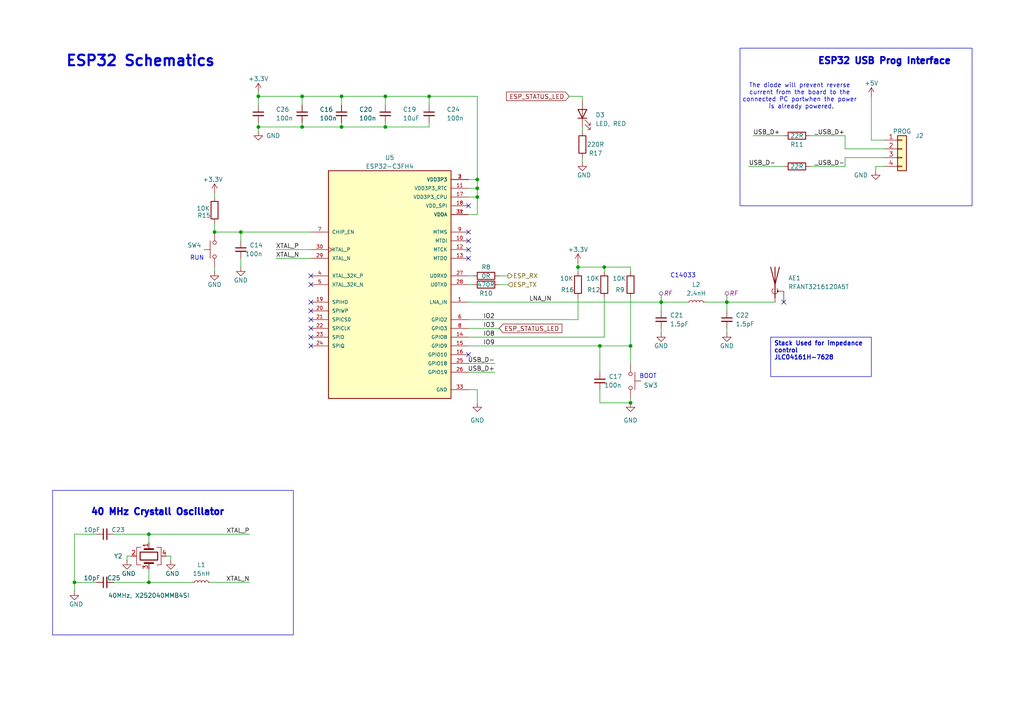
<source format=kicad_sch>
(kicad_sch
	(version 20231120)
	(generator "eeschema")
	(generator_version "8.0")
	(uuid "4cd4c4b0-0b1f-44ab-9f31-21b38aef0fdd")
	(paper "A4")
	(lib_symbols
		(symbol "Connector_Generic:Conn_01x04"
			(pin_names
				(offset 1.016) hide)
			(exclude_from_sim no)
			(in_bom yes)
			(on_board yes)
			(property "Reference" "J"
				(at 0 5.08 0)
				(effects
					(font
						(size 1.27 1.27)
					)
				)
			)
			(property "Value" "Conn_01x04"
				(at 0 -7.62 0)
				(effects
					(font
						(size 1.27 1.27)
					)
				)
			)
			(property "Footprint" ""
				(at 0 0 0)
				(effects
					(font
						(size 1.27 1.27)
					)
					(hide yes)
				)
			)
			(property "Datasheet" "~"
				(at 0 0 0)
				(effects
					(font
						(size 1.27 1.27)
					)
					(hide yes)
				)
			)
			(property "Description" "Generic connector, single row, 01x04, script generated (kicad-library-utils/schlib/autogen/connector/)"
				(at 0 0 0)
				(effects
					(font
						(size 1.27 1.27)
					)
					(hide yes)
				)
			)
			(property "ki_keywords" "connector"
				(at 0 0 0)
				(effects
					(font
						(size 1.27 1.27)
					)
					(hide yes)
				)
			)
			(property "ki_fp_filters" "Connector*:*_1x??_*"
				(at 0 0 0)
				(effects
					(font
						(size 1.27 1.27)
					)
					(hide yes)
				)
			)
			(symbol "Conn_01x04_1_1"
				(rectangle
					(start -1.27 -4.953)
					(end 0 -5.207)
					(stroke
						(width 0.1524)
						(type default)
					)
					(fill
						(type none)
					)
				)
				(rectangle
					(start -1.27 -2.413)
					(end 0 -2.667)
					(stroke
						(width 0.1524)
						(type default)
					)
					(fill
						(type none)
					)
				)
				(rectangle
					(start -1.27 0.127)
					(end 0 -0.127)
					(stroke
						(width 0.1524)
						(type default)
					)
					(fill
						(type none)
					)
				)
				(rectangle
					(start -1.27 2.667)
					(end 0 2.413)
					(stroke
						(width 0.1524)
						(type default)
					)
					(fill
						(type none)
					)
				)
				(rectangle
					(start -1.27 3.81)
					(end 1.27 -6.35)
					(stroke
						(width 0.254)
						(type default)
					)
					(fill
						(type background)
					)
				)
				(pin passive line
					(at -5.08 2.54 0)
					(length 3.81)
					(name "Pin_1"
						(effects
							(font
								(size 1.27 1.27)
							)
						)
					)
					(number "1"
						(effects
							(font
								(size 1.27 1.27)
							)
						)
					)
				)
				(pin passive line
					(at -5.08 0 0)
					(length 3.81)
					(name "Pin_2"
						(effects
							(font
								(size 1.27 1.27)
							)
						)
					)
					(number "2"
						(effects
							(font
								(size 1.27 1.27)
							)
						)
					)
				)
				(pin passive line
					(at -5.08 -2.54 0)
					(length 3.81)
					(name "Pin_3"
						(effects
							(font
								(size 1.27 1.27)
							)
						)
					)
					(number "3"
						(effects
							(font
								(size 1.27 1.27)
							)
						)
					)
				)
				(pin passive line
					(at -5.08 -5.08 0)
					(length 3.81)
					(name "Pin_4"
						(effects
							(font
								(size 1.27 1.27)
							)
						)
					)
					(number "4"
						(effects
							(font
								(size 1.27 1.27)
							)
						)
					)
				)
			)
		)
		(symbol "Device:Antenna_Shield"
			(pin_numbers hide)
			(pin_names
				(offset 1.016) hide)
			(exclude_from_sim no)
			(in_bom yes)
			(on_board yes)
			(property "Reference" "AE"
				(at -1.905 4.445 0)
				(effects
					(font
						(size 1.27 1.27)
					)
					(justify right)
				)
			)
			(property "Value" "Antenna_Shield"
				(at -1.905 2.54 0)
				(effects
					(font
						(size 1.27 1.27)
					)
					(justify right)
				)
			)
			(property "Footprint" ""
				(at 0 2.54 0)
				(effects
					(font
						(size 1.27 1.27)
					)
					(hide yes)
				)
			)
			(property "Datasheet" "~"
				(at 0 2.54 0)
				(effects
					(font
						(size 1.27 1.27)
					)
					(hide yes)
				)
			)
			(property "Description" "Antenna with extra pin for shielding"
				(at 0 0 0)
				(effects
					(font
						(size 1.27 1.27)
					)
					(hide yes)
				)
			)
			(property "ki_keywords" "antenna"
				(at 0 0 0)
				(effects
					(font
						(size 1.27 1.27)
					)
					(hide yes)
				)
			)
			(symbol "Antenna_Shield_0_1"
				(arc
					(start -0.508 -1.143)
					(mid -0.8429 -2.1194)
					(end 0 -2.667)
					(stroke
						(width 0)
						(type default)
					)
					(fill
						(type none)
					)
				)
				(arc
					(start 0 -2.667)
					(mid 0.7989 -2.1052)
					(end 0.508 -1.143)
					(stroke
						(width 0)
						(type default)
					)
					(fill
						(type none)
					)
				)
				(polyline
					(pts
						(xy 0 -2.54) (xy 0 0)
					)
					(stroke
						(width 0)
						(type default)
					)
					(fill
						(type none)
					)
				)
				(polyline
					(pts
						(xy 0 5.08) (xy 0 -3.81)
					)
					(stroke
						(width 0.254)
						(type default)
					)
					(fill
						(type none)
					)
				)
				(polyline
					(pts
						(xy 0.762 -1.905) (xy 2.54 -1.905)
					)
					(stroke
						(width 0)
						(type default)
					)
					(fill
						(type none)
					)
				)
				(polyline
					(pts
						(xy 2.54 -2.54) (xy 2.54 -1.905)
					)
					(stroke
						(width 0)
						(type default)
					)
					(fill
						(type none)
					)
				)
				(polyline
					(pts
						(xy 1.27 5.08) (xy 0 0) (xy -1.27 5.08)
					)
					(stroke
						(width 0.254)
						(type default)
					)
					(fill
						(type none)
					)
				)
				(circle
					(center 0.762 -1.905)
					(radius 0.1778)
					(stroke
						(width 0)
						(type default)
					)
					(fill
						(type outline)
					)
				)
			)
			(symbol "Antenna_Shield_1_1"
				(pin input line
					(at 0 -5.08 90)
					(length 2.54)
					(name "A"
						(effects
							(font
								(size 1.27 1.27)
							)
						)
					)
					(number "1"
						(effects
							(font
								(size 1.27 1.27)
							)
						)
					)
				)
				(pin input line
					(at 2.54 -5.08 90)
					(length 2.54)
					(name "Shield"
						(effects
							(font
								(size 1.27 1.27)
							)
						)
					)
					(number "2"
						(effects
							(font
								(size 1.27 1.27)
							)
						)
					)
				)
			)
		)
		(symbol "Device:C_Small"
			(pin_numbers hide)
			(pin_names
				(offset 0.254) hide)
			(exclude_from_sim no)
			(in_bom yes)
			(on_board yes)
			(property "Reference" "C"
				(at 0.254 1.778 0)
				(effects
					(font
						(size 1.27 1.27)
					)
					(justify left)
				)
			)
			(property "Value" "C_Small"
				(at 0.254 -2.032 0)
				(effects
					(font
						(size 1.27 1.27)
					)
					(justify left)
				)
			)
			(property "Footprint" ""
				(at 0 0 0)
				(effects
					(font
						(size 1.27 1.27)
					)
					(hide yes)
				)
			)
			(property "Datasheet" "~"
				(at 0 0 0)
				(effects
					(font
						(size 1.27 1.27)
					)
					(hide yes)
				)
			)
			(property "Description" "Unpolarized capacitor, small symbol"
				(at 0 0 0)
				(effects
					(font
						(size 1.27 1.27)
					)
					(hide yes)
				)
			)
			(property "ki_keywords" "capacitor cap"
				(at 0 0 0)
				(effects
					(font
						(size 1.27 1.27)
					)
					(hide yes)
				)
			)
			(property "ki_fp_filters" "C_*"
				(at 0 0 0)
				(effects
					(font
						(size 1.27 1.27)
					)
					(hide yes)
				)
			)
			(symbol "C_Small_0_1"
				(polyline
					(pts
						(xy -1.524 -0.508) (xy 1.524 -0.508)
					)
					(stroke
						(width 0.3302)
						(type default)
					)
					(fill
						(type none)
					)
				)
				(polyline
					(pts
						(xy -1.524 0.508) (xy 1.524 0.508)
					)
					(stroke
						(width 0.3048)
						(type default)
					)
					(fill
						(type none)
					)
				)
			)
			(symbol "C_Small_1_1"
				(pin passive line
					(at 0 2.54 270)
					(length 2.032)
					(name "~"
						(effects
							(font
								(size 1.27 1.27)
							)
						)
					)
					(number "1"
						(effects
							(font
								(size 1.27 1.27)
							)
						)
					)
				)
				(pin passive line
					(at 0 -2.54 90)
					(length 2.032)
					(name "~"
						(effects
							(font
								(size 1.27 1.27)
							)
						)
					)
					(number "2"
						(effects
							(font
								(size 1.27 1.27)
							)
						)
					)
				)
			)
		)
		(symbol "Device:Crystal_GND24"
			(pin_names
				(offset 1.016) hide)
			(exclude_from_sim no)
			(in_bom yes)
			(on_board yes)
			(property "Reference" "Y"
				(at 3.175 5.08 0)
				(effects
					(font
						(size 1.27 1.27)
					)
					(justify left)
				)
			)
			(property "Value" "Crystal_GND24"
				(at 3.175 3.175 0)
				(effects
					(font
						(size 1.27 1.27)
					)
					(justify left)
				)
			)
			(property "Footprint" ""
				(at 0 0 0)
				(effects
					(font
						(size 1.27 1.27)
					)
					(hide yes)
				)
			)
			(property "Datasheet" "~"
				(at 0 0 0)
				(effects
					(font
						(size 1.27 1.27)
					)
					(hide yes)
				)
			)
			(property "Description" "Four pin crystal, GND on pins 2 and 4"
				(at 0 0 0)
				(effects
					(font
						(size 1.27 1.27)
					)
					(hide yes)
				)
			)
			(property "ki_keywords" "quartz ceramic resonator oscillator"
				(at 0 0 0)
				(effects
					(font
						(size 1.27 1.27)
					)
					(hide yes)
				)
			)
			(property "ki_fp_filters" "Crystal*"
				(at 0 0 0)
				(effects
					(font
						(size 1.27 1.27)
					)
					(hide yes)
				)
			)
			(symbol "Crystal_GND24_0_1"
				(rectangle
					(start -1.143 2.54)
					(end 1.143 -2.54)
					(stroke
						(width 0.3048)
						(type default)
					)
					(fill
						(type none)
					)
				)
				(polyline
					(pts
						(xy -2.54 0) (xy -2.032 0)
					)
					(stroke
						(width 0)
						(type default)
					)
					(fill
						(type none)
					)
				)
				(polyline
					(pts
						(xy -2.032 -1.27) (xy -2.032 1.27)
					)
					(stroke
						(width 0.508)
						(type default)
					)
					(fill
						(type none)
					)
				)
				(polyline
					(pts
						(xy 0 -3.81) (xy 0 -3.556)
					)
					(stroke
						(width 0)
						(type default)
					)
					(fill
						(type none)
					)
				)
				(polyline
					(pts
						(xy 0 3.556) (xy 0 3.81)
					)
					(stroke
						(width 0)
						(type default)
					)
					(fill
						(type none)
					)
				)
				(polyline
					(pts
						(xy 2.032 -1.27) (xy 2.032 1.27)
					)
					(stroke
						(width 0.508)
						(type default)
					)
					(fill
						(type none)
					)
				)
				(polyline
					(pts
						(xy 2.032 0) (xy 2.54 0)
					)
					(stroke
						(width 0)
						(type default)
					)
					(fill
						(type none)
					)
				)
				(polyline
					(pts
						(xy -2.54 -2.286) (xy -2.54 -3.556) (xy 2.54 -3.556) (xy 2.54 -2.286)
					)
					(stroke
						(width 0)
						(type default)
					)
					(fill
						(type none)
					)
				)
				(polyline
					(pts
						(xy -2.54 2.286) (xy -2.54 3.556) (xy 2.54 3.556) (xy 2.54 2.286)
					)
					(stroke
						(width 0)
						(type default)
					)
					(fill
						(type none)
					)
				)
			)
			(symbol "Crystal_GND24_1_1"
				(pin passive line
					(at -3.81 0 0)
					(length 1.27)
					(name "1"
						(effects
							(font
								(size 1.27 1.27)
							)
						)
					)
					(number "1"
						(effects
							(font
								(size 1.27 1.27)
							)
						)
					)
				)
				(pin passive line
					(at 0 5.08 270)
					(length 1.27)
					(name "2"
						(effects
							(font
								(size 1.27 1.27)
							)
						)
					)
					(number "2"
						(effects
							(font
								(size 1.27 1.27)
							)
						)
					)
				)
				(pin passive line
					(at 3.81 0 180)
					(length 1.27)
					(name "3"
						(effects
							(font
								(size 1.27 1.27)
							)
						)
					)
					(number "3"
						(effects
							(font
								(size 1.27 1.27)
							)
						)
					)
				)
				(pin passive line
					(at 0 -5.08 90)
					(length 1.27)
					(name "4"
						(effects
							(font
								(size 1.27 1.27)
							)
						)
					)
					(number "4"
						(effects
							(font
								(size 1.27 1.27)
							)
						)
					)
				)
			)
		)
		(symbol "Device:LED"
			(pin_numbers hide)
			(pin_names
				(offset 1.016) hide)
			(exclude_from_sim no)
			(in_bom yes)
			(on_board yes)
			(property "Reference" "D"
				(at 0 2.54 0)
				(effects
					(font
						(size 1.27 1.27)
					)
				)
			)
			(property "Value" "LED"
				(at 0 -2.54 0)
				(effects
					(font
						(size 1.27 1.27)
					)
				)
			)
			(property "Footprint" ""
				(at 0 0 0)
				(effects
					(font
						(size 1.27 1.27)
					)
					(hide yes)
				)
			)
			(property "Datasheet" "~"
				(at 0 0 0)
				(effects
					(font
						(size 1.27 1.27)
					)
					(hide yes)
				)
			)
			(property "Description" "Light emitting diode"
				(at 0 0 0)
				(effects
					(font
						(size 1.27 1.27)
					)
					(hide yes)
				)
			)
			(property "ki_keywords" "LED diode"
				(at 0 0 0)
				(effects
					(font
						(size 1.27 1.27)
					)
					(hide yes)
				)
			)
			(property "ki_fp_filters" "LED* LED_SMD:* LED_THT:*"
				(at 0 0 0)
				(effects
					(font
						(size 1.27 1.27)
					)
					(hide yes)
				)
			)
			(symbol "LED_0_1"
				(polyline
					(pts
						(xy -1.27 -1.27) (xy -1.27 1.27)
					)
					(stroke
						(width 0.254)
						(type default)
					)
					(fill
						(type none)
					)
				)
				(polyline
					(pts
						(xy -1.27 0) (xy 1.27 0)
					)
					(stroke
						(width 0)
						(type default)
					)
					(fill
						(type none)
					)
				)
				(polyline
					(pts
						(xy 1.27 -1.27) (xy 1.27 1.27) (xy -1.27 0) (xy 1.27 -1.27)
					)
					(stroke
						(width 0.254)
						(type default)
					)
					(fill
						(type none)
					)
				)
				(polyline
					(pts
						(xy -3.048 -0.762) (xy -4.572 -2.286) (xy -3.81 -2.286) (xy -4.572 -2.286) (xy -4.572 -1.524)
					)
					(stroke
						(width 0)
						(type default)
					)
					(fill
						(type none)
					)
				)
				(polyline
					(pts
						(xy -1.778 -0.762) (xy -3.302 -2.286) (xy -2.54 -2.286) (xy -3.302 -2.286) (xy -3.302 -1.524)
					)
					(stroke
						(width 0)
						(type default)
					)
					(fill
						(type none)
					)
				)
			)
			(symbol "LED_1_1"
				(pin passive line
					(at -3.81 0 0)
					(length 2.54)
					(name "K"
						(effects
							(font
								(size 1.27 1.27)
							)
						)
					)
					(number "1"
						(effects
							(font
								(size 1.27 1.27)
							)
						)
					)
				)
				(pin passive line
					(at 3.81 0 180)
					(length 2.54)
					(name "A"
						(effects
							(font
								(size 1.27 1.27)
							)
						)
					)
					(number "2"
						(effects
							(font
								(size 1.27 1.27)
							)
						)
					)
				)
			)
		)
		(symbol "Device:L_Small"
			(pin_numbers hide)
			(pin_names
				(offset 0.254) hide)
			(exclude_from_sim no)
			(in_bom yes)
			(on_board yes)
			(property "Reference" "L"
				(at 0.762 1.016 0)
				(effects
					(font
						(size 1.27 1.27)
					)
					(justify left)
				)
			)
			(property "Value" "L_Small"
				(at 0.762 -1.016 0)
				(effects
					(font
						(size 1.27 1.27)
					)
					(justify left)
				)
			)
			(property "Footprint" ""
				(at 0 0 0)
				(effects
					(font
						(size 1.27 1.27)
					)
					(hide yes)
				)
			)
			(property "Datasheet" "~"
				(at 0 0 0)
				(effects
					(font
						(size 1.27 1.27)
					)
					(hide yes)
				)
			)
			(property "Description" "Inductor, small symbol"
				(at 0 0 0)
				(effects
					(font
						(size 1.27 1.27)
					)
					(hide yes)
				)
			)
			(property "ki_keywords" "inductor choke coil reactor magnetic"
				(at 0 0 0)
				(effects
					(font
						(size 1.27 1.27)
					)
					(hide yes)
				)
			)
			(property "ki_fp_filters" "Choke_* *Coil* Inductor_* L_*"
				(at 0 0 0)
				(effects
					(font
						(size 1.27 1.27)
					)
					(hide yes)
				)
			)
			(symbol "L_Small_0_1"
				(arc
					(start 0 -2.032)
					(mid 0.5058 -1.524)
					(end 0 -1.016)
					(stroke
						(width 0)
						(type default)
					)
					(fill
						(type none)
					)
				)
				(arc
					(start 0 -1.016)
					(mid 0.5058 -0.508)
					(end 0 0)
					(stroke
						(width 0)
						(type default)
					)
					(fill
						(type none)
					)
				)
				(arc
					(start 0 0)
					(mid 0.5058 0.508)
					(end 0 1.016)
					(stroke
						(width 0)
						(type default)
					)
					(fill
						(type none)
					)
				)
				(arc
					(start 0 1.016)
					(mid 0.5058 1.524)
					(end 0 2.032)
					(stroke
						(width 0)
						(type default)
					)
					(fill
						(type none)
					)
				)
			)
			(symbol "L_Small_1_1"
				(pin passive line
					(at 0 2.54 270)
					(length 0.508)
					(name "~"
						(effects
							(font
								(size 1.27 1.27)
							)
						)
					)
					(number "1"
						(effects
							(font
								(size 1.27 1.27)
							)
						)
					)
				)
				(pin passive line
					(at 0 -2.54 90)
					(length 0.508)
					(name "~"
						(effects
							(font
								(size 1.27 1.27)
							)
						)
					)
					(number "2"
						(effects
							(font
								(size 1.27 1.27)
							)
						)
					)
				)
			)
		)
		(symbol "Device:R"
			(pin_numbers hide)
			(pin_names
				(offset 0)
			)
			(exclude_from_sim no)
			(in_bom yes)
			(on_board yes)
			(property "Reference" "R"
				(at 2.032 0 90)
				(effects
					(font
						(size 1.27 1.27)
					)
				)
			)
			(property "Value" "R"
				(at 0 0 90)
				(effects
					(font
						(size 1.27 1.27)
					)
				)
			)
			(property "Footprint" ""
				(at -1.778 0 90)
				(effects
					(font
						(size 1.27 1.27)
					)
					(hide yes)
				)
			)
			(property "Datasheet" "~"
				(at 0 0 0)
				(effects
					(font
						(size 1.27 1.27)
					)
					(hide yes)
				)
			)
			(property "Description" "Resistor"
				(at 0 0 0)
				(effects
					(font
						(size 1.27 1.27)
					)
					(hide yes)
				)
			)
			(property "ki_keywords" "R res resistor"
				(at 0 0 0)
				(effects
					(font
						(size 1.27 1.27)
					)
					(hide yes)
				)
			)
			(property "ki_fp_filters" "R_*"
				(at 0 0 0)
				(effects
					(font
						(size 1.27 1.27)
					)
					(hide yes)
				)
			)
			(symbol "R_0_1"
				(rectangle
					(start -1.016 -2.54)
					(end 1.016 2.54)
					(stroke
						(width 0.254)
						(type default)
					)
					(fill
						(type none)
					)
				)
			)
			(symbol "R_1_1"
				(pin passive line
					(at 0 3.81 270)
					(length 1.27)
					(name "~"
						(effects
							(font
								(size 1.27 1.27)
							)
						)
					)
					(number "1"
						(effects
							(font
								(size 1.27 1.27)
							)
						)
					)
				)
				(pin passive line
					(at 0 -3.81 90)
					(length 1.27)
					(name "~"
						(effects
							(font
								(size 1.27 1.27)
							)
						)
					)
					(number "2"
						(effects
							(font
								(size 1.27 1.27)
							)
						)
					)
				)
			)
		)
		(symbol "External_Library:ESP32-C3FH4"
			(pin_names
				(offset 1.016)
			)
			(exclude_from_sim no)
			(in_bom yes)
			(on_board yes)
			(property "Reference" "U"
				(at -17.78 33.782 0)
				(effects
					(font
						(size 1.27 1.27)
					)
					(justify left bottom)
				)
			)
			(property "Value" "ESP32-C3FH4"
				(at -17.78 -33.782 0)
				(effects
					(font
						(size 1.27 1.27)
					)
					(justify left top)
				)
			)
			(property "Footprint" "External_Library:ESP32-C3FH4"
				(at 0 0 0)
				(effects
					(font
						(size 1.27 1.27)
					)
					(justify bottom)
					(hide yes)
				)
			)
			(property "Datasheet" "https://eu.mouser.com/datasheet/2/891/esp32_c3_datasheet_en-1989865.pdf"
				(at 0 0 0)
				(effects
					(font
						(size 1.27 1.27)
					)
					(hide yes)
				)
			)
			(property "Description" "Bluetooth, WiFi 802.11b/g/n, Bluetooth v5.0 Transceiver Module 2.402GHz ~ 2.48GHz Antenna Not Included Surface Mount"
				(at 0 0 0)
				(effects
					(font
						(size 1.27 1.27)
					)
					(hide yes)
				)
			)
			(property "MPN" "ESP32-C3FH4"
				(at 0 0 0)
				(effects
					(font
						(size 1.27 1.27)
					)
					(justify bottom)
					(hide yes)
				)
			)
			(symbol "ESP32-C3FH4_0_0"
				(rectangle
					(start -17.78 -33.02)
					(end 17.78 33.02)
					(stroke
						(width 0.254)
						(type default)
					)
					(fill
						(type background)
					)
				)
				(pin bidirectional line
					(at 22.86 -5.08 180)
					(length 5.08)
					(name "LNA_IN"
						(effects
							(font
								(size 1.016 1.016)
							)
						)
					)
					(number "1"
						(effects
							(font
								(size 1.016 1.016)
							)
						)
					)
				)
				(pin bidirectional line
					(at 22.86 12.7 180)
					(length 5.08)
					(name "MTDI"
						(effects
							(font
								(size 1.016 1.016)
							)
						)
					)
					(number "10"
						(effects
							(font
								(size 1.016 1.016)
							)
						)
					)
				)
				(pin power_in line
					(at 22.86 27.94 180)
					(length 5.08)
					(name "VDD3P3_RTC"
						(effects
							(font
								(size 1.016 1.016)
							)
						)
					)
					(number "11"
						(effects
							(font
								(size 1.016 1.016)
							)
						)
					)
				)
				(pin bidirectional line
					(at 22.86 10.16 180)
					(length 5.08)
					(name "MTCK"
						(effects
							(font
								(size 1.016 1.016)
							)
						)
					)
					(number "12"
						(effects
							(font
								(size 1.016 1.016)
							)
						)
					)
				)
				(pin bidirectional line
					(at 22.86 7.62 180)
					(length 5.08)
					(name "MTDO"
						(effects
							(font
								(size 1.016 1.016)
							)
						)
					)
					(number "13"
						(effects
							(font
								(size 1.016 1.016)
							)
						)
					)
				)
				(pin bidirectional line
					(at 22.86 -15.24 180)
					(length 5.08)
					(name "GPIO8"
						(effects
							(font
								(size 1.016 1.016)
							)
						)
					)
					(number "14"
						(effects
							(font
								(size 1.016 1.016)
							)
						)
					)
				)
				(pin bidirectional line
					(at 22.86 -17.78 180)
					(length 5.08)
					(name "GPIO9"
						(effects
							(font
								(size 1.016 1.016)
							)
						)
					)
					(number "15"
						(effects
							(font
								(size 1.016 1.016)
							)
						)
					)
				)
				(pin bidirectional line
					(at 22.86 -20.32 180)
					(length 5.08)
					(name "GPIO10"
						(effects
							(font
								(size 1.016 1.016)
							)
						)
					)
					(number "16"
						(effects
							(font
								(size 1.016 1.016)
							)
						)
					)
				)
				(pin power_in line
					(at 22.86 25.4 180)
					(length 5.08)
					(name "VDD3P3_CPU"
						(effects
							(font
								(size 1.016 1.016)
							)
						)
					)
					(number "17"
						(effects
							(font
								(size 1.016 1.016)
							)
						)
					)
				)
				(pin power_in line
					(at 22.86 22.86 180)
					(length 5.08)
					(name "VDD_SPI"
						(effects
							(font
								(size 1.016 1.016)
							)
						)
					)
					(number "18"
						(effects
							(font
								(size 1.016 1.016)
							)
						)
					)
				)
				(pin bidirectional line
					(at -22.86 -5.08 0)
					(length 5.08)
					(name "SPIHD"
						(effects
							(font
								(size 1.016 1.016)
							)
						)
					)
					(number "19"
						(effects
							(font
								(size 1.016 1.016)
							)
						)
					)
				)
				(pin power_in line
					(at 22.86 30.48 180)
					(length 5.08)
					(name "VDD3P3"
						(effects
							(font
								(size 1.016 1.016)
							)
						)
					)
					(number "2"
						(effects
							(font
								(size 1.016 1.016)
							)
						)
					)
				)
				(pin bidirectional line
					(at -22.86 -7.62 0)
					(length 5.08)
					(name "SPIWP"
						(effects
							(font
								(size 1.016 1.016)
							)
						)
					)
					(number "20"
						(effects
							(font
								(size 1.016 1.016)
							)
						)
					)
				)
				(pin bidirectional line
					(at -22.86 -10.16 0)
					(length 5.08)
					(name "SPICS0"
						(effects
							(font
								(size 1.016 1.016)
							)
						)
					)
					(number "21"
						(effects
							(font
								(size 1.016 1.016)
							)
						)
					)
				)
				(pin bidirectional line
					(at -22.86 -12.7 0)
					(length 5.08)
					(name "SPICLK"
						(effects
							(font
								(size 1.016 1.016)
							)
						)
					)
					(number "22"
						(effects
							(font
								(size 1.016 1.016)
							)
						)
					)
				)
				(pin bidirectional line
					(at -22.86 -15.24 0)
					(length 5.08)
					(name "SPID"
						(effects
							(font
								(size 1.016 1.016)
							)
						)
					)
					(number "23"
						(effects
							(font
								(size 1.016 1.016)
							)
						)
					)
				)
				(pin bidirectional line
					(at -22.86 -17.78 0)
					(length 5.08)
					(name "SPIQ"
						(effects
							(font
								(size 1.016 1.016)
							)
						)
					)
					(number "24"
						(effects
							(font
								(size 1.016 1.016)
							)
						)
					)
				)
				(pin bidirectional line
					(at 22.86 -22.86 180)
					(length 5.08)
					(name "GPIO18"
						(effects
							(font
								(size 1.016 1.016)
							)
						)
					)
					(number "25"
						(effects
							(font
								(size 1.016 1.016)
							)
						)
					)
				)
				(pin bidirectional line
					(at 22.86 -25.4 180)
					(length 5.08)
					(name "GPIO19"
						(effects
							(font
								(size 1.016 1.016)
							)
						)
					)
					(number "26"
						(effects
							(font
								(size 1.016 1.016)
							)
						)
					)
				)
				(pin bidirectional line
					(at 22.86 2.54 180)
					(length 5.08)
					(name "U0RXD"
						(effects
							(font
								(size 1.016 1.016)
							)
						)
					)
					(number "27"
						(effects
							(font
								(size 1.016 1.016)
							)
						)
					)
				)
				(pin bidirectional line
					(at 22.86 0 180)
					(length 5.08)
					(name "U0TXD"
						(effects
							(font
								(size 1.016 1.016)
							)
						)
					)
					(number "28"
						(effects
							(font
								(size 1.016 1.016)
							)
						)
					)
				)
				(pin output line
					(at -22.86 7.62 0)
					(length 5.08)
					(name "XTAL_N"
						(effects
							(font
								(size 1.016 1.016)
							)
						)
					)
					(number "29"
						(effects
							(font
								(size 1.016 1.016)
							)
						)
					)
				)
				(pin power_in line
					(at 22.86 30.48 180)
					(length 5.08)
					(name "VDD3P3"
						(effects
							(font
								(size 1.016 1.016)
							)
						)
					)
					(number "3"
						(effects
							(font
								(size 1.016 1.016)
							)
						)
					)
				)
				(pin input clock
					(at -22.86 10.16 0)
					(length 5.08)
					(name "XTAL_P"
						(effects
							(font
								(size 1.016 1.016)
							)
						)
					)
					(number "30"
						(effects
							(font
								(size 1.016 1.016)
							)
						)
					)
				)
				(pin power_in line
					(at 22.86 20.32 180)
					(length 5.08)
					(name "VDDA"
						(effects
							(font
								(size 1.016 1.016)
							)
						)
					)
					(number "31"
						(effects
							(font
								(size 1.016 1.016)
							)
						)
					)
				)
				(pin power_in line
					(at 22.86 20.32 180)
					(length 5.08)
					(name "VDDA"
						(effects
							(font
								(size 1.016 1.016)
							)
						)
					)
					(number "32"
						(effects
							(font
								(size 1.016 1.016)
							)
						)
					)
				)
				(pin power_in line
					(at 22.86 -30.48 180)
					(length 5.08)
					(name "GND"
						(effects
							(font
								(size 1.016 1.016)
							)
						)
					)
					(number "33"
						(effects
							(font
								(size 1.016 1.016)
							)
						)
					)
				)
				(pin bidirectional line
					(at -22.86 2.54 0)
					(length 5.08)
					(name "XTAL_32K_P"
						(effects
							(font
								(size 1.016 1.016)
							)
						)
					)
					(number "4"
						(effects
							(font
								(size 1.016 1.016)
							)
						)
					)
				)
				(pin bidirectional line
					(at -22.86 0 0)
					(length 5.08)
					(name "XTAL_32K_N"
						(effects
							(font
								(size 1.016 1.016)
							)
						)
					)
					(number "5"
						(effects
							(font
								(size 1.016 1.016)
							)
						)
					)
				)
				(pin bidirectional line
					(at 22.86 -10.16 180)
					(length 5.08)
					(name "GPIO2"
						(effects
							(font
								(size 1.016 1.016)
							)
						)
					)
					(number "6"
						(effects
							(font
								(size 1.016 1.016)
							)
						)
					)
				)
				(pin input line
					(at -22.86 15.24 0)
					(length 5.08)
					(name "CHIP_EN"
						(effects
							(font
								(size 1.016 1.016)
							)
						)
					)
					(number "7"
						(effects
							(font
								(size 1.016 1.016)
							)
						)
					)
				)
				(pin bidirectional line
					(at 22.86 -12.7 180)
					(length 5.08)
					(name "GPIO3"
						(effects
							(font
								(size 1.016 1.016)
							)
						)
					)
					(number "8"
						(effects
							(font
								(size 1.016 1.016)
							)
						)
					)
				)
				(pin bidirectional line
					(at 22.86 15.24 180)
					(length 5.08)
					(name "MTMS"
						(effects
							(font
								(size 1.016 1.016)
							)
						)
					)
					(number "9"
						(effects
							(font
								(size 1.016 1.016)
							)
						)
					)
				)
			)
		)
		(symbol "Switch:SW_Push"
			(pin_numbers hide)
			(pin_names
				(offset 1.016) hide)
			(exclude_from_sim no)
			(in_bom yes)
			(on_board yes)
			(property "Reference" "SW"
				(at 1.27 2.54 0)
				(effects
					(font
						(size 1.27 1.27)
					)
					(justify left)
				)
			)
			(property "Value" "SW_Push"
				(at 0 -1.524 0)
				(effects
					(font
						(size 1.27 1.27)
					)
				)
			)
			(property "Footprint" ""
				(at 0 5.08 0)
				(effects
					(font
						(size 1.27 1.27)
					)
					(hide yes)
				)
			)
			(property "Datasheet" "~"
				(at 0 5.08 0)
				(effects
					(font
						(size 1.27 1.27)
					)
					(hide yes)
				)
			)
			(property "Description" "Push button switch, generic, two pins"
				(at 0 0 0)
				(effects
					(font
						(size 1.27 1.27)
					)
					(hide yes)
				)
			)
			(property "ki_keywords" "switch normally-open pushbutton push-button"
				(at 0 0 0)
				(effects
					(font
						(size 1.27 1.27)
					)
					(hide yes)
				)
			)
			(symbol "SW_Push_0_1"
				(circle
					(center -2.032 0)
					(radius 0.508)
					(stroke
						(width 0)
						(type default)
					)
					(fill
						(type none)
					)
				)
				(polyline
					(pts
						(xy 0 1.27) (xy 0 3.048)
					)
					(stroke
						(width 0)
						(type default)
					)
					(fill
						(type none)
					)
				)
				(polyline
					(pts
						(xy 2.54 1.27) (xy -2.54 1.27)
					)
					(stroke
						(width 0)
						(type default)
					)
					(fill
						(type none)
					)
				)
				(circle
					(center 2.032 0)
					(radius 0.508)
					(stroke
						(width 0)
						(type default)
					)
					(fill
						(type none)
					)
				)
				(pin passive line
					(at -5.08 0 0)
					(length 2.54)
					(name "1"
						(effects
							(font
								(size 1.27 1.27)
							)
						)
					)
					(number "1"
						(effects
							(font
								(size 1.27 1.27)
							)
						)
					)
				)
				(pin passive line
					(at 5.08 0 180)
					(length 2.54)
					(name "2"
						(effects
							(font
								(size 1.27 1.27)
							)
						)
					)
					(number "2"
						(effects
							(font
								(size 1.27 1.27)
							)
						)
					)
				)
			)
		)
		(symbol "power:+3.3V"
			(power)
			(pin_numbers hide)
			(pin_names
				(offset 0) hide)
			(exclude_from_sim no)
			(in_bom yes)
			(on_board yes)
			(property "Reference" "#PWR"
				(at 0 -3.81 0)
				(effects
					(font
						(size 1.27 1.27)
					)
					(hide yes)
				)
			)
			(property "Value" "+3.3V"
				(at 0 3.556 0)
				(effects
					(font
						(size 1.27 1.27)
					)
				)
			)
			(property "Footprint" ""
				(at 0 0 0)
				(effects
					(font
						(size 1.27 1.27)
					)
					(hide yes)
				)
			)
			(property "Datasheet" ""
				(at 0 0 0)
				(effects
					(font
						(size 1.27 1.27)
					)
					(hide yes)
				)
			)
			(property "Description" "Power symbol creates a global label with name \"+3.3V\""
				(at 0 0 0)
				(effects
					(font
						(size 1.27 1.27)
					)
					(hide yes)
				)
			)
			(property "ki_keywords" "global power"
				(at 0 0 0)
				(effects
					(font
						(size 1.27 1.27)
					)
					(hide yes)
				)
			)
			(symbol "+3.3V_0_1"
				(polyline
					(pts
						(xy -0.762 1.27) (xy 0 2.54)
					)
					(stroke
						(width 0)
						(type default)
					)
					(fill
						(type none)
					)
				)
				(polyline
					(pts
						(xy 0 0) (xy 0 2.54)
					)
					(stroke
						(width 0)
						(type default)
					)
					(fill
						(type none)
					)
				)
				(polyline
					(pts
						(xy 0 2.54) (xy 0.762 1.27)
					)
					(stroke
						(width 0)
						(type default)
					)
					(fill
						(type none)
					)
				)
			)
			(symbol "+3.3V_1_1"
				(pin power_in line
					(at 0 0 90)
					(length 0)
					(name "~"
						(effects
							(font
								(size 1.27 1.27)
							)
						)
					)
					(number "1"
						(effects
							(font
								(size 1.27 1.27)
							)
						)
					)
				)
			)
		)
		(symbol "power:+5V"
			(power)
			(pin_numbers hide)
			(pin_names
				(offset 0) hide)
			(exclude_from_sim no)
			(in_bom yes)
			(on_board yes)
			(property "Reference" "#PWR"
				(at 0 -3.81 0)
				(effects
					(font
						(size 1.27 1.27)
					)
					(hide yes)
				)
			)
			(property "Value" "+5V"
				(at 0 3.556 0)
				(effects
					(font
						(size 1.27 1.27)
					)
				)
			)
			(property "Footprint" ""
				(at 0 0 0)
				(effects
					(font
						(size 1.27 1.27)
					)
					(hide yes)
				)
			)
			(property "Datasheet" ""
				(at 0 0 0)
				(effects
					(font
						(size 1.27 1.27)
					)
					(hide yes)
				)
			)
			(property "Description" "Power symbol creates a global label with name \"+5V\""
				(at 0 0 0)
				(effects
					(font
						(size 1.27 1.27)
					)
					(hide yes)
				)
			)
			(property "ki_keywords" "global power"
				(at 0 0 0)
				(effects
					(font
						(size 1.27 1.27)
					)
					(hide yes)
				)
			)
			(symbol "+5V_0_1"
				(polyline
					(pts
						(xy -0.762 1.27) (xy 0 2.54)
					)
					(stroke
						(width 0)
						(type default)
					)
					(fill
						(type none)
					)
				)
				(polyline
					(pts
						(xy 0 0) (xy 0 2.54)
					)
					(stroke
						(width 0)
						(type default)
					)
					(fill
						(type none)
					)
				)
				(polyline
					(pts
						(xy 0 2.54) (xy 0.762 1.27)
					)
					(stroke
						(width 0)
						(type default)
					)
					(fill
						(type none)
					)
				)
			)
			(symbol "+5V_1_1"
				(pin power_in line
					(at 0 0 90)
					(length 0)
					(name "~"
						(effects
							(font
								(size 1.27 1.27)
							)
						)
					)
					(number "1"
						(effects
							(font
								(size 1.27 1.27)
							)
						)
					)
				)
			)
		)
		(symbol "power:GND"
			(power)
			(pin_numbers hide)
			(pin_names
				(offset 0) hide)
			(exclude_from_sim no)
			(in_bom yes)
			(on_board yes)
			(property "Reference" "#PWR"
				(at 0 -6.35 0)
				(effects
					(font
						(size 1.27 1.27)
					)
					(hide yes)
				)
			)
			(property "Value" "GND"
				(at 0 -3.81 0)
				(effects
					(font
						(size 1.27 1.27)
					)
				)
			)
			(property "Footprint" ""
				(at 0 0 0)
				(effects
					(font
						(size 1.27 1.27)
					)
					(hide yes)
				)
			)
			(property "Datasheet" ""
				(at 0 0 0)
				(effects
					(font
						(size 1.27 1.27)
					)
					(hide yes)
				)
			)
			(property "Description" "Power symbol creates a global label with name \"GND\" , ground"
				(at 0 0 0)
				(effects
					(font
						(size 1.27 1.27)
					)
					(hide yes)
				)
			)
			(property "ki_keywords" "global power"
				(at 0 0 0)
				(effects
					(font
						(size 1.27 1.27)
					)
					(hide yes)
				)
			)
			(symbol "GND_0_1"
				(polyline
					(pts
						(xy 0 0) (xy 0 -1.27) (xy 1.27 -1.27) (xy 0 -2.54) (xy -1.27 -1.27) (xy 0 -1.27)
					)
					(stroke
						(width 0)
						(type default)
					)
					(fill
						(type none)
					)
				)
			)
			(symbol "GND_1_1"
				(pin power_in line
					(at 0 0 270)
					(length 0)
					(name "~"
						(effects
							(font
								(size 1.27 1.27)
							)
						)
					)
					(number "1"
						(effects
							(font
								(size 1.27 1.27)
							)
						)
					)
				)
			)
		)
	)
	(junction
		(at 175.26 77.47)
		(diameter 0)
		(color 0 0 0 0)
		(uuid "0033087a-59c1-46dd-b026-be9fb8477002")
	)
	(junction
		(at 69.85 67.31)
		(diameter 0)
		(color 0 0 0 0)
		(uuid "0c0ec0ce-1bac-42de-ad24-defe9572e329")
	)
	(junction
		(at 99.06 27.94)
		(diameter 0)
		(color 0 0 0 0)
		(uuid "0fc2e65f-cc7d-4830-9320-3cec06b4d6a1")
	)
	(junction
		(at 62.23 67.31)
		(diameter 0)
		(color 0 0 0 0)
		(uuid "1c9e8b4b-f4ca-4ba0-ac3b-c44a6ccc7f07")
	)
	(junction
		(at 138.43 57.15)
		(diameter 0)
		(color 0 0 0 0)
		(uuid "37dc8154-bf0d-449d-a495-9dbe6d7244bb")
	)
	(junction
		(at 111.76 27.94)
		(diameter 0)
		(color 0 0 0 0)
		(uuid "43b3c040-0e07-48fa-8c5d-81e61e17d21a")
	)
	(junction
		(at 111.76 36.83)
		(diameter 0)
		(color 0 0 0 0)
		(uuid "47cdc72f-ce6a-4728-9d20-4382225ce19e")
	)
	(junction
		(at 87.63 36.83)
		(diameter 0)
		(color 0 0 0 0)
		(uuid "4fedd717-8aa5-47f2-a2cc-2222595d6d83")
	)
	(junction
		(at 182.88 116.84)
		(diameter 0)
		(color 0 0 0 0)
		(uuid "50736537-ee47-4f7a-be33-635854fb7b80")
	)
	(junction
		(at 138.43 52.07)
		(diameter 0)
		(color 0 0 0 0)
		(uuid "5774bee7-1cb1-4ea3-9f03-35a5431980df")
	)
	(junction
		(at 124.46 27.94)
		(diameter 0)
		(color 0 0 0 0)
		(uuid "5f346802-4777-421e-8ffb-e39fde7e262d")
	)
	(junction
		(at 99.06 36.83)
		(diameter 0)
		(color 0 0 0 0)
		(uuid "865e0043-ccb9-4169-96f3-57f2d500c305")
	)
	(junction
		(at 173.99 100.33)
		(diameter 0)
		(color 0 0 0 0)
		(uuid "91eca332-a0f7-4d04-a142-cc819cedcbbc")
	)
	(junction
		(at 138.43 54.61)
		(diameter 0)
		(color 0 0 0 0)
		(uuid "9a941d7e-200e-46d0-8514-a52a945ea767")
	)
	(junction
		(at 43.18 168.91)
		(diameter 0)
		(color 0 0 0 0)
		(uuid "9ca67a11-edf1-4d53-a247-33b4f7aacfc7")
	)
	(junction
		(at 167.64 77.47)
		(diameter 0)
		(color 0 0 0 0)
		(uuid "a7319709-e40c-4eff-afe9-e521cbf3c589")
	)
	(junction
		(at 182.88 100.33)
		(diameter 0)
		(color 0 0 0 0)
		(uuid "a74ab2b3-e5ba-451a-bf2f-f303b027d201")
	)
	(junction
		(at 191.77 87.63)
		(diameter 0)
		(color 0 0 0 0)
		(uuid "a95c21e1-0a0d-4d4f-8f40-93527e620317")
	)
	(junction
		(at 74.93 27.94)
		(diameter 0)
		(color 0 0 0 0)
		(uuid "a9c26c32-a0bc-4797-ba71-d1f4abae9cad")
	)
	(junction
		(at 87.63 27.94)
		(diameter 0)
		(color 0 0 0 0)
		(uuid "dfe0b7bf-f800-4902-85b8-d29045b26c92")
	)
	(junction
		(at 210.82 87.63)
		(diameter 0)
		(color 0 0 0 0)
		(uuid "e9263754-3ee5-4851-b056-71edf604f76c")
	)
	(junction
		(at 43.18 154.94)
		(diameter 0)
		(color 0 0 0 0)
		(uuid "f0dbeb8a-2179-4a74-9447-94a3441ee490")
	)
	(junction
		(at 21.59 168.91)
		(diameter 0)
		(color 0 0 0 0)
		(uuid "f1d20d9c-655f-4637-b5e4-21206947fa17")
	)
	(junction
		(at 74.93 36.83)
		(diameter 0)
		(color 0 0 0 0)
		(uuid "f7e77a7a-4cce-48c8-ac12-20e059719542")
	)
	(no_connect
		(at 90.17 100.33)
		(uuid "04637ced-0a8b-4cb6-91d7-835fdf9d324c")
	)
	(no_connect
		(at 135.89 102.87)
		(uuid "187e3c3d-758c-465e-aa64-b2561e1d2a01")
	)
	(no_connect
		(at 90.17 80.01)
		(uuid "21984ac3-ad5d-464b-98e2-1a388a8f74b5")
	)
	(no_connect
		(at 90.17 87.63)
		(uuid "2a108bd7-83ce-4b7a-8894-9c0a335155dd")
	)
	(no_connect
		(at 135.89 72.39)
		(uuid "398e080c-138b-42ca-a1e8-8f802d618a22")
	)
	(no_connect
		(at 227.33 87.63)
		(uuid "6ce54232-e00b-4647-a756-e364fbfc2006")
	)
	(no_connect
		(at 135.89 69.85)
		(uuid "7ec1b8d3-923b-441a-98b9-7fad831bd63b")
	)
	(no_connect
		(at 90.17 90.17)
		(uuid "804fec2c-037e-4402-bf14-3fffd3ae471f")
	)
	(no_connect
		(at 135.89 74.93)
		(uuid "87df2dcf-0785-46af-924b-c230311da537")
	)
	(no_connect
		(at 90.17 97.79)
		(uuid "c8b2b732-86d3-44f1-89d6-4e5a7d7bdef1")
	)
	(no_connect
		(at 90.17 82.55)
		(uuid "cade0a6e-fea7-45e1-a7a2-4c32bc134095")
	)
	(no_connect
		(at 90.17 95.25)
		(uuid "d5414347-710b-4174-9c72-41b34598fa4e")
	)
	(no_connect
		(at 135.89 59.69)
		(uuid "dcc83db1-1302-4ecc-8dd1-1eb2b9870309")
	)
	(no_connect
		(at 90.17 92.71)
		(uuid "fabc195d-7a59-4d7c-a7ef-2565e5c18131")
	)
	(no_connect
		(at 135.89 67.31)
		(uuid "fda01db3-faf2-4266-b941-082c879e3f54")
	)
	(wire
		(pts
			(xy 99.06 35.56) (xy 99.06 36.83)
		)
		(stroke
			(width 0)
			(type default)
		)
		(uuid "01adea96-e666-4c33-9fe5-3f92487c57af")
	)
	(wire
		(pts
			(xy 135.89 80.01) (xy 137.16 80.01)
		)
		(stroke
			(width 0)
			(type default)
		)
		(uuid "05f4986f-ac33-4784-9668-d3171b5d17f5")
	)
	(wire
		(pts
			(xy 245.11 48.26) (xy 245.11 45.72)
		)
		(stroke
			(width 0)
			(type default)
		)
		(uuid "0877f0f1-a4c3-45f5-8e50-6ff04b5dc559")
	)
	(wire
		(pts
			(xy 135.89 97.79) (xy 175.26 97.79)
		)
		(stroke
			(width 0)
			(type default)
		)
		(uuid "0b891ded-911c-4adf-ab5a-8aebdcb799b7")
	)
	(wire
		(pts
			(xy 256.54 45.72) (xy 245.11 45.72)
		)
		(stroke
			(width 0)
			(type default)
		)
		(uuid "0cf5b921-9b69-444f-9293-31fa6e3508f9")
	)
	(wire
		(pts
			(xy 33.02 168.91) (xy 43.18 168.91)
		)
		(stroke
			(width 0)
			(type default)
		)
		(uuid "0eb8714e-629e-4d15-8c5a-5015c23fd36e")
	)
	(wire
		(pts
			(xy 74.93 26.67) (xy 74.93 27.94)
		)
		(stroke
			(width 0)
			(type default)
		)
		(uuid "0ee1b567-2ecf-481d-9911-ec134d53a7b4")
	)
	(wire
		(pts
			(xy 99.06 27.94) (xy 87.63 27.94)
		)
		(stroke
			(width 0)
			(type default)
		)
		(uuid "138f08e2-9997-4eac-9393-2ed9347b023d")
	)
	(wire
		(pts
			(xy 204.47 87.63) (xy 210.82 87.63)
		)
		(stroke
			(width 0)
			(type default)
		)
		(uuid "18fd4e3c-28c7-4183-b361-d55cd97c599c")
	)
	(wire
		(pts
			(xy 182.88 115.57) (xy 182.88 116.84)
		)
		(stroke
			(width 0)
			(type default)
		)
		(uuid "1d3aac64-778e-4dd4-81f4-5e03385d0579")
	)
	(wire
		(pts
			(xy 168.91 46.99) (xy 168.91 45.72)
		)
		(stroke
			(width 0)
			(type default)
		)
		(uuid "1e7699ed-6575-4c3d-8434-23ff8d3e50ff")
	)
	(wire
		(pts
			(xy 36.83 161.29) (xy 38.1 161.29)
		)
		(stroke
			(width 0)
			(type default)
		)
		(uuid "1fdd50aa-fe1a-4df1-affb-5936b9da007f")
	)
	(wire
		(pts
			(xy 74.93 35.56) (xy 74.93 36.83)
		)
		(stroke
			(width 0)
			(type default)
		)
		(uuid "25043cab-f9bd-464a-8c0c-fe3748fc7857")
	)
	(wire
		(pts
			(xy 254 49.53) (xy 254 48.26)
		)
		(stroke
			(width 0)
			(type default)
		)
		(uuid "2594fc7a-12ef-4abc-9f11-6e78aafb7e05")
	)
	(wire
		(pts
			(xy 168.91 36.83) (xy 168.91 38.1)
		)
		(stroke
			(width 0)
			(type default)
		)
		(uuid "28a639f0-4cd8-413c-8b28-9d022686cb8a")
	)
	(wire
		(pts
			(xy 87.63 36.83) (xy 99.06 36.83)
		)
		(stroke
			(width 0)
			(type default)
		)
		(uuid "2aff49ff-d617-4bc2-ac05-4a032bef4d68")
	)
	(wire
		(pts
			(xy 234.95 48.26) (xy 245.11 48.26)
		)
		(stroke
			(width 0)
			(type default)
		)
		(uuid "2b997b97-01fd-4d9e-9cea-698b59ef6fd4")
	)
	(wire
		(pts
			(xy 135.89 87.63) (xy 191.77 87.63)
		)
		(stroke
			(width 0)
			(type default)
		)
		(uuid "2f2d9cb1-b658-4294-b5a7-b5a6eabe5db0")
	)
	(wire
		(pts
			(xy 21.59 168.91) (xy 27.94 168.91)
		)
		(stroke
			(width 0)
			(type default)
		)
		(uuid "30cb3140-1a2e-42a9-b97f-96b83110c266")
	)
	(wire
		(pts
			(xy 90.17 67.31) (xy 69.85 67.31)
		)
		(stroke
			(width 0)
			(type default)
		)
		(uuid "34f0985f-f247-4327-bd32-fb20726e9695")
	)
	(wire
		(pts
			(xy 234.95 39.37) (xy 245.11 39.37)
		)
		(stroke
			(width 0)
			(type default)
		)
		(uuid "3e054c84-2a25-46cb-b0b4-f74334f910cb")
	)
	(wire
		(pts
			(xy 138.43 116.84) (xy 138.43 113.03)
		)
		(stroke
			(width 0)
			(type default)
		)
		(uuid "3eca3564-b05e-4c1f-85cf-7a590e2bce40")
	)
	(wire
		(pts
			(xy 124.46 27.94) (xy 138.43 27.94)
		)
		(stroke
			(width 0)
			(type default)
		)
		(uuid "3ef0b6ee-d6fa-4482-b1e6-d9498f4b488a")
	)
	(wire
		(pts
			(xy 99.06 30.48) (xy 99.06 27.94)
		)
		(stroke
			(width 0)
			(type default)
		)
		(uuid "41496909-199e-469e-93b3-f6b2144c8853")
	)
	(wire
		(pts
			(xy 62.23 57.15) (xy 62.23 55.88)
		)
		(stroke
			(width 0)
			(type default)
		)
		(uuid "45041129-e449-45ef-bb11-cf5a5e030cf9")
	)
	(wire
		(pts
			(xy 111.76 27.94) (xy 124.46 27.94)
		)
		(stroke
			(width 0)
			(type default)
		)
		(uuid "4936aca4-cee9-4a1e-9b7b-5cfb8a1c4f60")
	)
	(wire
		(pts
			(xy 99.06 36.83) (xy 111.76 36.83)
		)
		(stroke
			(width 0)
			(type default)
		)
		(uuid "4c9bf412-2c6f-42a8-b5bf-da958f158a14")
	)
	(wire
		(pts
			(xy 252.73 27.94) (xy 252.73 40.64)
		)
		(stroke
			(width 0)
			(type default)
		)
		(uuid "52eac508-5f04-4400-bf5c-1644de483529")
	)
	(wire
		(pts
			(xy 191.77 87.63) (xy 199.39 87.63)
		)
		(stroke
			(width 0)
			(type default)
		)
		(uuid "53a90c86-71e3-45fd-8aa9-695955324c89")
	)
	(wire
		(pts
			(xy 62.23 77.47) (xy 62.23 78.74)
		)
		(stroke
			(width 0)
			(type default)
		)
		(uuid "53dc263f-81e0-45d9-9fa8-ae49e4b75370")
	)
	(wire
		(pts
			(xy 124.46 30.48) (xy 124.46 27.94)
		)
		(stroke
			(width 0)
			(type default)
		)
		(uuid "54ef99d2-7e4b-4953-91d4-9a3350053fdb")
	)
	(wire
		(pts
			(xy 87.63 27.94) (xy 87.63 30.48)
		)
		(stroke
			(width 0)
			(type default)
		)
		(uuid "55c9e9a7-dec8-4b5f-b058-f4deeb55f28c")
	)
	(wire
		(pts
			(xy 43.18 154.94) (xy 72.39 154.94)
		)
		(stroke
			(width 0)
			(type default)
		)
		(uuid "5756aadb-77ec-424a-a571-05abfe9199a7")
	)
	(wire
		(pts
			(xy 49.53 162.56) (xy 49.53 161.29)
		)
		(stroke
			(width 0)
			(type default)
		)
		(uuid "5a36d11d-7ed9-48c3-bde2-0db7c7444c64")
	)
	(wire
		(pts
			(xy 21.59 168.91) (xy 21.59 171.45)
		)
		(stroke
			(width 0)
			(type default)
		)
		(uuid "5afede53-bf6b-4ec5-84f4-35df435edf58")
	)
	(wire
		(pts
			(xy 135.89 100.33) (xy 173.99 100.33)
		)
		(stroke
			(width 0)
			(type default)
		)
		(uuid "6079f15e-3630-488d-a88d-e06274bff3e0")
	)
	(wire
		(pts
			(xy 80.01 74.93) (xy 90.17 74.93)
		)
		(stroke
			(width 0)
			(type default)
		)
		(uuid "6096d780-548e-48b7-ac84-febb31893d2d")
	)
	(wire
		(pts
			(xy 74.93 36.83) (xy 87.63 36.83)
		)
		(stroke
			(width 0)
			(type default)
		)
		(uuid "60ece80b-21b8-4232-95f8-e0c8a3338083")
	)
	(wire
		(pts
			(xy 167.64 77.47) (xy 175.26 77.47)
		)
		(stroke
			(width 0)
			(type default)
		)
		(uuid "636c9a8b-3750-4dd4-b310-2a0c65b35a9e")
	)
	(wire
		(pts
			(xy 210.82 87.63) (xy 224.79 87.63)
		)
		(stroke
			(width 0)
			(type default)
		)
		(uuid "64172ad1-380b-4933-b172-fa48d0efa982")
	)
	(wire
		(pts
			(xy 182.88 77.47) (xy 182.88 78.74)
		)
		(stroke
			(width 0)
			(type default)
		)
		(uuid "66469a2e-2221-4b3b-a89f-5cc09a0adb33")
	)
	(wire
		(pts
			(xy 135.89 105.41) (xy 143.51 105.41)
		)
		(stroke
			(width 0)
			(type default)
		)
		(uuid "66effd5b-9b99-437e-9bdf-7a3a33f2249d")
	)
	(wire
		(pts
			(xy 111.76 36.83) (xy 124.46 36.83)
		)
		(stroke
			(width 0)
			(type default)
		)
		(uuid "69548e27-4e43-4f4b-8fd8-ed1321edc2c8")
	)
	(wire
		(pts
			(xy 144.78 82.55) (xy 147.32 82.55)
		)
		(stroke
			(width 0)
			(type default)
		)
		(uuid "6fbba51d-c75a-4af6-9c54-a94e3663a71d")
	)
	(wire
		(pts
			(xy 252.73 40.64) (xy 256.54 40.64)
		)
		(stroke
			(width 0)
			(type default)
		)
		(uuid "71f7dfac-189a-423f-b325-f297a3b62587")
	)
	(wire
		(pts
			(xy 175.26 86.36) (xy 175.26 97.79)
		)
		(stroke
			(width 0)
			(type default)
		)
		(uuid "7b117965-4799-45ae-9693-d1952ed160cc")
	)
	(wire
		(pts
			(xy 74.93 36.83) (xy 74.93 38.1)
		)
		(stroke
			(width 0)
			(type default)
		)
		(uuid "863b0e39-e218-4738-b4f8-b047e3867c5f")
	)
	(wire
		(pts
			(xy 74.93 30.48) (xy 74.93 27.94)
		)
		(stroke
			(width 0)
			(type default)
		)
		(uuid "87580a0a-88bc-4d71-8850-2ea564c33c8c")
	)
	(wire
		(pts
			(xy 144.78 80.01) (xy 147.32 80.01)
		)
		(stroke
			(width 0)
			(type default)
		)
		(uuid "87fbfedd-c209-4e17-9b8b-84b2ccc465bf")
	)
	(wire
		(pts
			(xy 43.18 165.1) (xy 43.18 168.91)
		)
		(stroke
			(width 0)
			(type default)
		)
		(uuid "8b7274f6-74d6-47f7-ab5d-96f41858a4de")
	)
	(wire
		(pts
			(xy 167.64 86.36) (xy 167.64 92.71)
		)
		(stroke
			(width 0)
			(type default)
		)
		(uuid "924dd2d1-2227-4b2f-bb63-9abfb09d2305")
	)
	(wire
		(pts
			(xy 191.77 90.17) (xy 191.77 87.63)
		)
		(stroke
			(width 0)
			(type default)
		)
		(uuid "92775ba9-8c42-4116-808e-4143b9cad696")
	)
	(wire
		(pts
			(xy 217.17 48.26) (xy 227.33 48.26)
		)
		(stroke
			(width 0)
			(type default)
		)
		(uuid "93752703-ccb4-401c-91ef-c6ef1c77b27f")
	)
	(wire
		(pts
			(xy 135.89 95.25) (xy 144.78 95.25)
		)
		(stroke
			(width 0)
			(type default)
		)
		(uuid "94f5db3f-dbcb-4927-83d0-0d2b2986f6d5")
	)
	(wire
		(pts
			(xy 210.82 95.25) (xy 210.82 96.52)
		)
		(stroke
			(width 0)
			(type default)
		)
		(uuid "9586ad84-c2bc-419b-bcca-7d8411fe84fd")
	)
	(wire
		(pts
			(xy 173.99 100.33) (xy 182.88 100.33)
		)
		(stroke
			(width 0)
			(type default)
		)
		(uuid "96766a3d-80fe-4e93-a54f-cec0abe170a5")
	)
	(wire
		(pts
			(xy 165.1 27.94) (xy 168.91 27.94)
		)
		(stroke
			(width 0)
			(type default)
		)
		(uuid "996febac-1909-456e-b6df-0fe903fdc8db")
	)
	(wire
		(pts
			(xy 111.76 35.56) (xy 111.76 36.83)
		)
		(stroke
			(width 0)
			(type default)
		)
		(uuid "9c137c6a-99c1-4b1e-8598-7cffdaedc321")
	)
	(wire
		(pts
			(xy 74.93 27.94) (xy 87.63 27.94)
		)
		(stroke
			(width 0)
			(type default)
		)
		(uuid "9ca9a40f-b18d-454c-bbe5-42405bbeb897")
	)
	(wire
		(pts
			(xy 43.18 154.94) (xy 43.18 157.48)
		)
		(stroke
			(width 0)
			(type default)
		)
		(uuid "a1230cc0-4876-4b84-a94b-a9ec15e03b72")
	)
	(wire
		(pts
			(xy 124.46 35.56) (xy 124.46 36.83)
		)
		(stroke
			(width 0)
			(type default)
		)
		(uuid "a19a728b-2652-4d4b-8a54-a77d3da99baf")
	)
	(wire
		(pts
			(xy 21.59 154.94) (xy 21.59 168.91)
		)
		(stroke
			(width 0)
			(type default)
		)
		(uuid "a1dc736b-c9b3-40c8-b732-afc87592d379")
	)
	(wire
		(pts
			(xy 135.89 107.95) (xy 143.51 107.95)
		)
		(stroke
			(width 0)
			(type default)
		)
		(uuid "a42436e7-4dd9-4bc1-9835-3416c93d0926")
	)
	(wire
		(pts
			(xy 36.83 162.56) (xy 36.83 161.29)
		)
		(stroke
			(width 0)
			(type default)
		)
		(uuid "a737881e-db83-4db5-b800-aee3c14def08")
	)
	(wire
		(pts
			(xy 80.01 72.39) (xy 90.17 72.39)
		)
		(stroke
			(width 0)
			(type default)
		)
		(uuid "a7f3b248-2708-47c4-9155-acc08a9f59f5")
	)
	(wire
		(pts
			(xy 69.85 67.31) (xy 69.85 69.85)
		)
		(stroke
			(width 0)
			(type default)
		)
		(uuid "ac494d03-9e92-4430-ab2f-cd5bff9a00e9")
	)
	(wire
		(pts
			(xy 138.43 57.15) (xy 138.43 54.61)
		)
		(stroke
			(width 0)
			(type default)
		)
		(uuid "adb2d9b3-5d73-4701-ad77-6bb812025058")
	)
	(wire
		(pts
			(xy 49.53 161.29) (xy 48.26 161.29)
		)
		(stroke
			(width 0)
			(type default)
		)
		(uuid "b12ebc2b-2412-4f07-83a7-6ac762f761d6")
	)
	(wire
		(pts
			(xy 175.26 77.47) (xy 175.26 78.74)
		)
		(stroke
			(width 0)
			(type default)
		)
		(uuid "b2e182b4-d72e-4b06-b01b-0fa29c338fa9")
	)
	(wire
		(pts
			(xy 182.88 105.41) (xy 182.88 100.33)
		)
		(stroke
			(width 0)
			(type default)
		)
		(uuid "b41a05a4-613d-4adc-98f6-819416b5b91e")
	)
	(wire
		(pts
			(xy 167.64 77.47) (xy 167.64 78.74)
		)
		(stroke
			(width 0)
			(type default)
		)
		(uuid "b4813533-abbc-4147-93e5-cbdcbffec559")
	)
	(wire
		(pts
			(xy 43.18 168.91) (xy 55.88 168.91)
		)
		(stroke
			(width 0)
			(type default)
		)
		(uuid "b6a644f4-74a5-4920-a357-257d6c258571")
	)
	(wire
		(pts
			(xy 138.43 57.15) (xy 138.43 62.23)
		)
		(stroke
			(width 0)
			(type default)
		)
		(uuid "b8aa6eca-3951-4223-83ca-450e38738728")
	)
	(wire
		(pts
			(xy 69.85 67.31) (xy 62.23 67.31)
		)
		(stroke
			(width 0)
			(type default)
		)
		(uuid "b8c39cbc-8702-420d-b4b2-57ac3eb8a948")
	)
	(wire
		(pts
			(xy 191.77 95.25) (xy 191.77 96.52)
		)
		(stroke
			(width 0)
			(type default)
		)
		(uuid "b969137f-93b6-4d3e-b1e5-c4be9294aa33")
	)
	(wire
		(pts
			(xy 138.43 113.03) (xy 135.89 113.03)
		)
		(stroke
			(width 0)
			(type default)
		)
		(uuid "baae85f8-aafc-46c3-ad5d-dbf55d7fe9e2")
	)
	(wire
		(pts
			(xy 135.89 54.61) (xy 138.43 54.61)
		)
		(stroke
			(width 0)
			(type default)
		)
		(uuid "c141d2b4-5b5a-482f-b42b-8423be88bfd0")
	)
	(wire
		(pts
			(xy 168.91 27.94) (xy 168.91 29.21)
		)
		(stroke
			(width 0)
			(type default)
		)
		(uuid "c146cc0b-b281-4d5c-a004-7bfcf91d1331")
	)
	(wire
		(pts
			(xy 167.64 76.2) (xy 167.64 77.47)
		)
		(stroke
			(width 0)
			(type default)
		)
		(uuid "c1d30c99-fc97-46f4-b551-993481b111bc")
	)
	(wire
		(pts
			(xy 254 48.26) (xy 256.54 48.26)
		)
		(stroke
			(width 0)
			(type default)
		)
		(uuid "c4540850-d5a3-4cb1-b014-c1deae2e7252")
	)
	(wire
		(pts
			(xy 175.26 77.47) (xy 182.88 77.47)
		)
		(stroke
			(width 0)
			(type default)
		)
		(uuid "c6933e2f-d4f9-40e9-8a79-c7d7446e9f0e")
	)
	(wire
		(pts
			(xy 135.89 57.15) (xy 138.43 57.15)
		)
		(stroke
			(width 0)
			(type default)
		)
		(uuid "cadd3e8b-2f7e-4f6f-af86-7adb753a82c9")
	)
	(wire
		(pts
			(xy 87.63 35.56) (xy 87.63 36.83)
		)
		(stroke
			(width 0)
			(type default)
		)
		(uuid "ccc00c8a-e24f-4f75-9167-d97550b9acb7")
	)
	(wire
		(pts
			(xy 135.89 52.07) (xy 138.43 52.07)
		)
		(stroke
			(width 0)
			(type default)
		)
		(uuid "cebaaf18-b1f4-433e-85d0-99e2544c02d3")
	)
	(wire
		(pts
			(xy 135.89 62.23) (xy 138.43 62.23)
		)
		(stroke
			(width 0)
			(type default)
		)
		(uuid "d017e925-3b70-4992-962e-6be2dc4c7165")
	)
	(wire
		(pts
			(xy 135.89 82.55) (xy 137.16 82.55)
		)
		(stroke
			(width 0)
			(type default)
		)
		(uuid "d8ed8659-f1a9-4ae5-8886-822e103de374")
	)
	(wire
		(pts
			(xy 173.99 100.33) (xy 173.99 107.95)
		)
		(stroke
			(width 0)
			(type default)
		)
		(uuid "da7e1c4a-c488-433e-9610-098af45b5d16")
	)
	(wire
		(pts
			(xy 27.94 154.94) (xy 21.59 154.94)
		)
		(stroke
			(width 0)
			(type default)
		)
		(uuid "dbfea4af-a101-48a2-9fa4-6bd7f38c5ddf")
	)
	(wire
		(pts
			(xy 245.11 39.37) (xy 245.11 43.18)
		)
		(stroke
			(width 0)
			(type default)
		)
		(uuid "dd6b3546-01b4-4841-9239-db3f88e83609")
	)
	(wire
		(pts
			(xy 62.23 64.77) (xy 62.23 67.31)
		)
		(stroke
			(width 0)
			(type default)
		)
		(uuid "de2b07f9-a05a-4ecb-b2da-3bd61c568193")
	)
	(wire
		(pts
			(xy 33.02 154.94) (xy 43.18 154.94)
		)
		(stroke
			(width 0)
			(type default)
		)
		(uuid "deadfd01-14ea-4034-9715-34fa7c76d936")
	)
	(wire
		(pts
			(xy 173.99 113.03) (xy 173.99 116.84)
		)
		(stroke
			(width 0)
			(type default)
		)
		(uuid "e13b46d7-6259-4193-bf06-a61fbc503589")
	)
	(wire
		(pts
			(xy 135.89 92.71) (xy 167.64 92.71)
		)
		(stroke
			(width 0)
			(type default)
		)
		(uuid "e14717fc-aefd-4903-836d-6e6886c005eb")
	)
	(wire
		(pts
			(xy 245.11 43.18) (xy 256.54 43.18)
		)
		(stroke
			(width 0)
			(type default)
		)
		(uuid "e1ed387e-d891-40e0-b191-4d7ab1a21575")
	)
	(wire
		(pts
			(xy 218.44 39.37) (xy 227.33 39.37)
		)
		(stroke
			(width 0)
			(type default)
		)
		(uuid "e4b3fcac-1fbc-4da2-9b4a-ce84cce62303")
	)
	(wire
		(pts
			(xy 69.85 74.93) (xy 69.85 77.47)
		)
		(stroke
			(width 0)
			(type default)
		)
		(uuid "eb1a9573-2065-4ac3-9b97-5c9f1f1ca430")
	)
	(wire
		(pts
			(xy 60.96 168.91) (xy 72.39 168.91)
		)
		(stroke
			(width 0)
			(type default)
		)
		(uuid "ed0955dc-c940-45bf-b2fa-0362747ee5ee")
	)
	(wire
		(pts
			(xy 111.76 30.48) (xy 111.76 27.94)
		)
		(stroke
			(width 0)
			(type default)
		)
		(uuid "ed54aa96-f83e-4506-a4e1-407f60fda3fa")
	)
	(wire
		(pts
			(xy 138.43 54.61) (xy 138.43 52.07)
		)
		(stroke
			(width 0)
			(type default)
		)
		(uuid "ef703055-6605-44af-b137-096545a8849d")
	)
	(wire
		(pts
			(xy 173.99 116.84) (xy 182.88 116.84)
		)
		(stroke
			(width 0)
			(type default)
		)
		(uuid "ef8605d5-414b-4f87-be06-b6f412fbdb91")
	)
	(wire
		(pts
			(xy 99.06 27.94) (xy 111.76 27.94)
		)
		(stroke
			(width 0)
			(type default)
		)
		(uuid "f355a782-80a1-4cb4-b618-4d62df5fbf0f")
	)
	(wire
		(pts
			(xy 138.43 27.94) (xy 138.43 52.07)
		)
		(stroke
			(width 0)
			(type default)
		)
		(uuid "f4cc4657-73a7-4a45-a3a0-e7a8ce43c6f8")
	)
	(wire
		(pts
			(xy 210.82 90.17) (xy 210.82 87.63)
		)
		(stroke
			(width 0)
			(type default)
		)
		(uuid "f69c6277-152c-4cf7-9552-676a73f75221")
	)
	(wire
		(pts
			(xy 182.88 86.36) (xy 182.88 100.33)
		)
		(stroke
			(width 0)
			(type default)
		)
		(uuid "fab4ff7c-d111-483d-9179-396b363b4791")
	)
	(rectangle
		(start 214.63 13.97)
		(end 281.94 59.69)
		(stroke
			(width 0)
			(type default)
		)
		(fill
			(type none)
		)
		(uuid 79251428-809e-4ad9-9e59-bc80fbd6e08d)
	)
	(rectangle
		(start 15.24 142.24)
		(end 85.09 184.15)
		(stroke
			(width 0)
			(type default)
		)
		(fill
			(type none)
		)
		(uuid c38781c1-62f0-4341-a737-ef7d89fdde97)
	)
	(text_box "Stack Used for impedance control \nJLC04161H-7628"
		(exclude_from_sim no)
		(at 223.52 97.79 0)
		(size 29.21 11.43)
		(stroke
			(width 0)
			(type default)
		)
		(fill
			(type none)
		)
		(effects
			(font
				(size 1.27 1.27)
				(thickness 0.254)
				(bold yes)
			)
			(justify left top)
		)
		(uuid "e3567872-2ded-4923-a679-a14cf80990be")
	)
	(text "40 MHz Crystall Oscillator"
		(exclude_from_sim no)
		(at 45.72 148.59 0)
		(effects
			(font
				(size 1.905 1.905)
				(thickness 0.6096)
				(bold yes)
			)
		)
		(uuid "4cf45e2a-59dc-47db-9d5f-e096de5d9f30")
	)
	(text "RUN"
		(exclude_from_sim no)
		(at 57.15 74.93 0)
		(effects
			(font
				(size 1.27 1.27)
			)
		)
		(uuid "5939cabe-7862-4bf5-8d5a-7bd24e84fd7a")
	)
	(text "The diode will prevent reverse \ncurrent from the board to the \nconnected PC portwhen the power \nis already powered."
		(exclude_from_sim no)
		(at 232.41 27.94 0)
		(effects
			(font
				(size 1.27 1.27)
			)
		)
		(uuid "78f754ac-8035-4992-a429-46c3757cf044")
	)
	(text "ESP32 Schematics "
		(exclude_from_sim no)
		(at 41.91 17.78 0)
		(effects
			(font
				(size 3.048 3.048)
				(thickness 0.6096)
				(bold yes)
			)
		)
		(uuid "a72c8c9c-e853-494a-a86b-d4fca9f8febe")
	)
	(text "C14033"
		(exclude_from_sim no)
		(at 198.12 80.01 0)
		(effects
			(font
				(size 1.27 1.27)
			)
		)
		(uuid "ae21141c-c87d-4d98-82da-7fce9d55fee7")
	)
	(text "ESP32 USB Prog Interface"
		(exclude_from_sim no)
		(at 256.54 17.78 0)
		(effects
			(font
				(size 1.905 1.905)
				(thickness 0.6096)
				(bold yes)
			)
		)
		(uuid "ddb16da7-b7a2-4c99-8dbb-3b74922f75b8")
	)
	(text "BOOT"
		(exclude_from_sim no)
		(at 187.96 109.22 0)
		(effects
			(font
				(size 1.27 1.27)
			)
		)
		(uuid "f1ce33bf-5dc7-488c-b8e7-091ec2fd17ef")
	)
	(label "XTAL_N"
		(at 72.39 168.91 180)
		(fields_autoplaced yes)
		(effects
			(font
				(size 1.27 1.27)
			)
			(justify right bottom)
		)
		(uuid "009eaa9f-cf26-423a-8cad-1e669dd9b153")
	)
	(label "XTAL_P"
		(at 72.39 154.94 180)
		(fields_autoplaced yes)
		(effects
			(font
				(size 1.27 1.27)
			)
			(justify right bottom)
		)
		(uuid "3194b48f-2853-40d4-ba20-e2452795c084")
	)
	(label "IO3"
		(at 143.51 95.25 180)
		(fields_autoplaced yes)
		(effects
			(font
				(size 1.27 1.27)
			)
			(justify right bottom)
		)
		(uuid "40d9b681-c02f-475b-afec-f9f46d7b5c9d")
	)
	(label "_USB_D-"
		(at 236.22 48.26 0)
		(fields_autoplaced yes)
		(effects
			(font
				(size 1.27 1.27)
			)
			(justify left bottom)
		)
		(uuid "4c8008c6-f25f-4449-9683-5135e2f233d5")
	)
	(label "XTAL_P"
		(at 80.01 72.39 0)
		(fields_autoplaced yes)
		(effects
			(font
				(size 1.27 1.27)
			)
			(justify left bottom)
		)
		(uuid "4cf4191c-9a28-4e01-8049-901aa9033861")
	)
	(label "IO8"
		(at 143.51 97.79 180)
		(fields_autoplaced yes)
		(effects
			(font
				(size 1.27 1.27)
			)
			(justify right bottom)
		)
		(uuid "57c3c108-9ccd-46ba-b7c0-b0d6731f6820")
	)
	(label "LNA_IN"
		(at 160.02 87.63 180)
		(fields_autoplaced yes)
		(effects
			(font
				(size 1.27 1.27)
			)
			(justify right bottom)
		)
		(uuid "5d6785a3-00fc-49dd-b6ac-18f5a65c8f0f")
	)
	(label "XTAL_N"
		(at 80.01 74.93 0)
		(fields_autoplaced yes)
		(effects
			(font
				(size 1.27 1.27)
			)
			(justify left bottom)
		)
		(uuid "7b1d559f-120b-4c8b-9e7f-e990290c19c1")
	)
	(label "USB_D+"
		(at 218.44 39.37 0)
		(fields_autoplaced yes)
		(effects
			(font
				(size 1.27 1.27)
			)
			(justify left bottom)
		)
		(uuid "94a18480-2851-4e31-8db8-bb61cedbb6f3")
	)
	(label "IO9"
		(at 143.51 100.33 180)
		(fields_autoplaced yes)
		(effects
			(font
				(size 1.27 1.27)
			)
			(justify right bottom)
		)
		(uuid "9904fb59-93aa-4c7f-b756-1828ee5105c9")
	)
	(label "_USB_D+"
		(at 236.22 39.37 0)
		(fields_autoplaced yes)
		(effects
			(font
				(size 1.27 1.27)
			)
			(justify left bottom)
		)
		(uuid "ad225cb6-34ee-40e4-9ced-0bee6d12de67")
	)
	(label "USB_D-"
		(at 143.51 105.41 180)
		(fields_autoplaced yes)
		(effects
			(font
				(size 1.27 1.27)
			)
			(justify right bottom)
		)
		(uuid "bea1a11c-28e9-4a4b-a343-bcd45cf7caec")
	)
	(label "USB_D+"
		(at 143.51 107.95 180)
		(fields_autoplaced yes)
		(effects
			(font
				(size 1.27 1.27)
			)
			(justify right bottom)
		)
		(uuid "e3dd825d-d826-42c3-aeca-a523f2b0d1eb")
	)
	(label "IO2"
		(at 143.51 92.71 180)
		(fields_autoplaced yes)
		(effects
			(font
				(size 1.27 1.27)
			)
			(justify right bottom)
		)
		(uuid "f20d75d3-5a3a-4ea5-9bfe-8bea671baedd")
	)
	(label "USB_D-"
		(at 217.17 48.26 0)
		(fields_autoplaced yes)
		(effects
			(font
				(size 1.27 1.27)
			)
			(justify left bottom)
		)
		(uuid "fc93364a-2dd6-412e-bac7-ff1862dfa325")
	)
	(global_label "ESP_STATUS_LED"
		(shape input)
		(at 144.78 95.25 0)
		(fields_autoplaced yes)
		(effects
			(font
				(size 1.27 1.27)
			)
			(justify left)
		)
		(uuid "d299a2a5-4f03-4cf5-9a28-736041b2d904")
		(property "Intersheetrefs" "${INTERSHEET_REFS}"
			(at 163.5493 95.25 0)
			(effects
				(font
					(size 1.27 1.27)
				)
				(justify left)
				(hide yes)
			)
		)
	)
	(global_label "ESP_STATUS_LED"
		(shape input)
		(at 165.1 27.94 180)
		(fields_autoplaced yes)
		(effects
			(font
				(size 1.27 1.27)
			)
			(justify right)
		)
		(uuid "f3a515d3-771e-45e8-848c-59d4aed9895c")
		(property "Intersheetrefs" "${INTERSHEET_REFS}"
			(at 146.3307 27.94 0)
			(effects
				(font
					(size 1.27 1.27)
				)
				(justify right)
				(hide yes)
			)
		)
	)
	(hierarchical_label "ESP_RX"
		(shape output)
		(at 147.32 80.01 0)
		(fields_autoplaced yes)
		(effects
			(font
				(size 1.27 1.27)
			)
			(justify left)
		)
		(uuid "5f4cfd97-845c-45b6-bade-1dda6a6d2b9c")
	)
	(hierarchical_label "ESP_TX"
		(shape input)
		(at 147.32 82.55 0)
		(fields_autoplaced yes)
		(effects
			(font
				(size 1.27 1.27)
			)
			(justify left)
		)
		(uuid "f6d29699-cd11-46d2-9331-ecfcee9df669")
	)
	(netclass_flag ""
		(length 2.54)
		(shape round)
		(at 210.82 87.63 0)
		(fields_autoplaced yes)
		(effects
			(font
				(size 1.27 1.27)
			)
			(justify left bottom)
		)
		(uuid "80f030f3-9089-4b98-98af-7b375da83d5f")
		(property "Netclass" "RF"
			(at 211.5185 85.09 0)
			(effects
				(font
					(size 1.27 1.27)
					(italic yes)
				)
				(justify left)
			)
		)
	)
	(netclass_flag ""
		(length 2.54)
		(shape round)
		(at 191.77 87.63 0)
		(fields_autoplaced yes)
		(effects
			(font
				(size 1.27 1.27)
			)
			(justify left bottom)
		)
		(uuid "acb9b576-a009-4237-9c8c-c14d4a9bd516")
		(property "Netclass" "RF"
			(at 192.4685 85.09 0)
			(effects
				(font
					(size 1.27 1.27)
					(italic yes)
				)
				(justify left)
			)
		)
	)
	(symbol
		(lib_id "Connector_Generic:Conn_01x04")
		(at 261.62 43.18 0)
		(unit 1)
		(exclude_from_sim no)
		(in_bom no)
		(on_board yes)
		(dnp no)
		(uuid "023e3dd4-f971-4c29-af24-b982ddd24e38")
		(property "Reference" "J2"
			(at 266.7 39.37 0)
			(effects
				(font
					(size 1.27 1.27)
				)
			)
		)
		(property "Value" "PROG"
			(at 261.62 38.1 0)
			(effects
				(font
					(size 1.27 1.27)
				)
			)
		)
		(property "Footprint" "External_Library:USB_PROG_PAD"
			(at 261.62 43.18 0)
			(effects
				(font
					(size 1.27 1.27)
				)
				(hide yes)
			)
		)
		(property "Datasheet" "~"
			(at 261.62 43.18 0)
			(effects
				(font
					(size 1.27 1.27)
				)
				(hide yes)
			)
		)
		(property "Description" "Generic connector, single row, 01x04, script generated (kicad-library-utils/schlib/autogen/connector/)"
			(at 261.62 43.18 0)
			(effects
				(font
					(size 1.27 1.27)
				)
				(hide yes)
			)
		)
		(property "Field5" ""
			(at 261.62 43.18 0)
			(effects
				(font
					(size 1.27 1.27)
				)
				(hide yes)
			)
		)
		(property "LCSC Part" "~"
			(at 261.62 43.18 0)
			(effects
				(font
					(size 1.27 1.27)
				)
				(hide yes)
			)
		)
		(pin "1"
			(uuid "e242588c-08b7-447d-89cb-8155d493cc4a")
		)
		(pin "3"
			(uuid "53f785cf-d09c-4c69-8461-badc7398d301")
		)
		(pin "4"
			(uuid "2c344c77-6290-43a6-b1ce-4173e001039a")
		)
		(pin "2"
			(uuid "826b6734-bd69-45a7-8244-a4b321e69c1b")
		)
		(instances
			(project "ESP32_PICO_LED"
				(path "/72ac21c7-a543-4794-a410-99cf6f99d934/b603aa0c-eb8f-4de2-8b24-b906fe4d1be7"
					(reference "J2")
					(unit 1)
				)
			)
		)
	)
	(symbol
		(lib_id "Device:L_Small")
		(at 201.93 87.63 90)
		(unit 1)
		(exclude_from_sim no)
		(in_bom yes)
		(on_board yes)
		(dnp no)
		(fields_autoplaced yes)
		(uuid "06840576-ad93-43a9-87f3-4b59a0c4896e")
		(property "Reference" "L2"
			(at 201.93 82.55 90)
			(effects
				(font
					(size 1.27 1.27)
				)
			)
		)
		(property "Value" "2.4nH"
			(at 201.93 85.09 90)
			(effects
				(font
					(size 1.27 1.27)
				)
			)
		)
		(property "Footprint" "Inductor_SMD:L_0402_1005Metric"
			(at 201.93 87.63 0)
			(effects
				(font
					(size 1.27 1.27)
				)
				(hide yes)
			)
		)
		(property "Datasheet" "https://jlcpcb.com/partdetail/SunltechTech-SCC1005C2N4SSP/C219526"
			(at 201.93 87.63 0)
			(effects
				(font
					(size 1.27 1.27)
				)
				(hide yes)
			)
		)
		(property "Description" "Inductor, small symbol"
			(at 201.93 87.63 0)
			(effects
				(font
					(size 1.27 1.27)
				)
				(hide yes)
			)
		)
		(property "LCSC Part" "C219526"
			(at 201.93 87.63 0)
			(effects
				(font
					(size 1.27 1.27)
				)
				(hide yes)
			)
		)
		(property "Field5" ""
			(at 201.93 87.63 0)
			(effects
				(font
					(size 1.27 1.27)
				)
				(hide yes)
			)
		)
		(pin "1"
			(uuid "b9cbcb57-81b4-484c-9a30-44313fb955ce")
		)
		(pin "2"
			(uuid "2c40ab34-8510-4aa4-affe-3284e4d34aad")
		)
		(instances
			(project "ESP32_PICO_LED"
				(path "/72ac21c7-a543-4794-a410-99cf6f99d934/b603aa0c-eb8f-4de2-8b24-b906fe4d1be7"
					(reference "L2")
					(unit 1)
				)
			)
		)
	)
	(symbol
		(lib_id "Device:R")
		(at 182.88 82.55 0)
		(unit 1)
		(exclude_from_sim no)
		(in_bom yes)
		(on_board yes)
		(dnp no)
		(uuid "0868a75b-956b-4206-83ce-d6bca35749ef")
		(property "Reference" "R9"
			(at 179.832 84.074 0)
			(effects
				(font
					(size 1.27 1.27)
				)
			)
		)
		(property "Value" "10K"
			(at 179.578 80.772 0)
			(effects
				(font
					(size 1.27 1.27)
				)
			)
		)
		(property "Footprint" "Resistor_SMD:R_0402_1005Metric"
			(at 181.102 82.55 90)
			(effects
				(font
					(size 1.27 1.27)
				)
				(hide yes)
			)
		)
		(property "Datasheet" "https://www.lcsc.com/product-detail/Chip-Resistor-Surface-Mount_UNI-ROYAL-Uniroyal-Elec-0402WGF1002TCE_C25744.html"
			(at 182.88 82.55 0)
			(effects
				(font
					(size 1.27 1.27)
				)
				(hide yes)
			)
		)
		(property "Description" "Resistor"
			(at 182.88 82.55 0)
			(effects
				(font
					(size 1.27 1.27)
				)
				(hide yes)
			)
		)
		(property "LCSC Part" "C25744"
			(at 182.88 82.55 0)
			(effects
				(font
					(size 1.27 1.27)
				)
				(hide yes)
			)
		)
		(property "Field5" ""
			(at 182.88 82.55 0)
			(effects
				(font
					(size 1.27 1.27)
				)
				(hide yes)
			)
		)
		(pin "1"
			(uuid "8884451d-b35f-435c-ad4c-d2c384950c91")
		)
		(pin "2"
			(uuid "9ffa3c24-5851-42b3-93e5-17a91a07eaba")
		)
		(instances
			(project "ESP32_PICO_LED"
				(path "/72ac21c7-a543-4794-a410-99cf6f99d934/b603aa0c-eb8f-4de2-8b24-b906fe4d1be7"
					(reference "R9")
					(unit 1)
				)
			)
		)
	)
	(symbol
		(lib_id "Device:C_Small")
		(at 173.99 110.49 0)
		(unit 1)
		(exclude_from_sim no)
		(in_bom yes)
		(on_board yes)
		(dnp no)
		(uuid "10bdf2cd-acec-4368-ad53-2a63f3741ee9")
		(property "Reference" "C17"
			(at 176.53 109.22 0)
			(effects
				(font
					(size 1.27 1.27)
				)
				(justify left)
			)
		)
		(property "Value" "100n"
			(at 175.26 111.76 0)
			(effects
				(font
					(size 1.27 1.27)
				)
				(justify left)
			)
		)
		(property "Footprint" "Capacitor_SMD:C_0402_1005Metric"
			(at 173.99 110.49 0)
			(effects
				(font
					(size 1.27 1.27)
				)
				(hide yes)
			)
		)
		(property "Datasheet" "https://www.lcsc.com/product-detail/Multilayer-Ceramic-Capacitors-MLCC-SMD-SMT_Samsung-Electro-Mechanics-CL05B104KO5NNNC_C1525.html"
			(at 173.99 110.49 0)
			(effects
				(font
					(size 1.27 1.27)
				)
				(hide yes)
			)
		)
		(property "Description" "Unpolarized capacitor, small symbol"
			(at 173.99 110.49 0)
			(effects
				(font
					(size 1.27 1.27)
				)
				(hide yes)
			)
		)
		(property "LCSC Part" "C1525"
			(at 173.99 110.49 0)
			(effects
				(font
					(size 1.27 1.27)
				)
				(hide yes)
			)
		)
		(property "Field5" ""
			(at 173.99 110.49 0)
			(effects
				(font
					(size 1.27 1.27)
				)
				(hide yes)
			)
		)
		(pin "1"
			(uuid "0e300ba2-8333-44c6-b0dd-433d688802c2")
		)
		(pin "2"
			(uuid "460a26a5-5f95-4ba0-bfa2-d3081efbb03b")
		)
		(instances
			(project "ESP32_PICO_LED"
				(path "/72ac21c7-a543-4794-a410-99cf6f99d934/b603aa0c-eb8f-4de2-8b24-b906fe4d1be7"
					(reference "C17")
					(unit 1)
				)
			)
		)
	)
	(symbol
		(lib_id "power:GND")
		(at 168.91 46.99 0)
		(unit 1)
		(exclude_from_sim no)
		(in_bom yes)
		(on_board yes)
		(dnp no)
		(uuid "11135e1a-6cb2-4280-83fd-0c11cdf28a84")
		(property "Reference" "#PWR047"
			(at 168.91 53.34 0)
			(effects
				(font
					(size 1.27 1.27)
				)
				(hide yes)
			)
		)
		(property "Value" "GND"
			(at 171.45 50.8 0)
			(effects
				(font
					(size 1.27 1.27)
				)
				(justify right)
			)
		)
		(property "Footprint" ""
			(at 168.91 46.99 0)
			(effects
				(font
					(size 1.27 1.27)
				)
				(hide yes)
			)
		)
		(property "Datasheet" ""
			(at 168.91 46.99 0)
			(effects
				(font
					(size 1.27 1.27)
				)
				(hide yes)
			)
		)
		(property "Description" "Power symbol creates a global label with name \"GND\" , ground"
			(at 168.91 46.99 0)
			(effects
				(font
					(size 1.27 1.27)
				)
				(hide yes)
			)
		)
		(pin "1"
			(uuid "fa0e7159-c46a-4a0b-867c-a6c1e0f67835")
		)
		(instances
			(project "ESP32_PICO_LED"
				(path "/72ac21c7-a543-4794-a410-99cf6f99d934/b603aa0c-eb8f-4de2-8b24-b906fe4d1be7"
					(reference "#PWR047")
					(unit 1)
				)
			)
		)
	)
	(symbol
		(lib_id "Device:R")
		(at 140.97 80.01 270)
		(unit 1)
		(exclude_from_sim no)
		(in_bom yes)
		(on_board yes)
		(dnp no)
		(uuid "13ace6fd-2d0c-4465-8180-fd89da1f8cdb")
		(property "Reference" "R8"
			(at 140.97 77.47 90)
			(effects
				(font
					(size 1.27 1.27)
				)
			)
		)
		(property "Value" "0R"
			(at 140.97 80.01 90)
			(effects
				(font
					(size 1.27 1.27)
				)
			)
		)
		(property "Footprint" "Resistor_SMD:R_0402_1005Metric"
			(at 140.97 78.232 90)
			(effects
				(font
					(size 1.27 1.27)
				)
				(hide yes)
			)
		)
		(property "Datasheet" "https://jlcpcb.com/partdetail/17853-0402WGF0000TCE/C17168"
			(at 140.97 80.01 0)
			(effects
				(font
					(size 1.27 1.27)
				)
				(hide yes)
			)
		)
		(property "Description" "Resistor"
			(at 140.97 80.01 0)
			(effects
				(font
					(size 1.27 1.27)
				)
				(hide yes)
			)
		)
		(property "LCSC Part" "C17168 "
			(at 140.97 80.01 0)
			(effects
				(font
					(size 1.27 1.27)
				)
				(hide yes)
			)
		)
		(property "Field5" ""
			(at 140.97 80.01 0)
			(effects
				(font
					(size 1.27 1.27)
				)
				(hide yes)
			)
		)
		(pin "1"
			(uuid "d554d9a9-5266-459e-8153-d32cfa79bd91")
		)
		(pin "2"
			(uuid "bef32f01-d654-43d5-bace-d2adf561b57b")
		)
		(instances
			(project "ESP32_PICO_LED"
				(path "/72ac21c7-a543-4794-a410-99cf6f99d934/b603aa0c-eb8f-4de2-8b24-b906fe4d1be7"
					(reference "R8")
					(unit 1)
				)
			)
		)
	)
	(symbol
		(lib_id "Device:C_Small")
		(at 124.46 33.02 0)
		(unit 1)
		(exclude_from_sim no)
		(in_bom yes)
		(on_board yes)
		(dnp no)
		(uuid "18ec0158-6c93-49d7-8a3a-2ddde1475184")
		(property "Reference" "C24"
			(at 129.54 31.7562 0)
			(effects
				(font
					(size 1.27 1.27)
				)
				(justify left)
			)
		)
		(property "Value" "100n"
			(at 129.54 34.2962 0)
			(effects
				(font
					(size 1.27 1.27)
				)
				(justify left)
			)
		)
		(property "Footprint" "Capacitor_SMD:C_0402_1005Metric"
			(at 124.46 33.02 0)
			(effects
				(font
					(size 1.27 1.27)
				)
				(hide yes)
			)
		)
		(property "Datasheet" "https://www.lcsc.com/product-detail/Multilayer-Ceramic-Capacitors-MLCC-SMD-SMT_Samsung-Electro-Mechanics-CL05B104KO5NNNC_C1525.html"
			(at 124.46 33.02 0)
			(effects
				(font
					(size 1.27 1.27)
				)
				(hide yes)
			)
		)
		(property "Description" "Unpolarized capacitor, small symbol"
			(at 124.46 33.02 0)
			(effects
				(font
					(size 1.27 1.27)
				)
				(hide yes)
			)
		)
		(property "LCSC Part" "C1525"
			(at 124.46 33.02 0)
			(effects
				(font
					(size 1.27 1.27)
				)
				(hide yes)
			)
		)
		(property "Field5" ""
			(at 124.46 33.02 0)
			(effects
				(font
					(size 1.27 1.27)
				)
				(hide yes)
			)
		)
		(pin "1"
			(uuid "4fb51c64-2b88-44bf-9fd6-02e6c65042ae")
		)
		(pin "2"
			(uuid "e37065b9-bac9-4a3c-a9e1-a34b826d0c73")
		)
		(instances
			(project "ESP32_PICO_LED"
				(path "/72ac21c7-a543-4794-a410-99cf6f99d934/b603aa0c-eb8f-4de2-8b24-b906fe4d1be7"
					(reference "C24")
					(unit 1)
				)
			)
		)
	)
	(symbol
		(lib_id "power:GND")
		(at 254 49.53 0)
		(mirror y)
		(unit 1)
		(exclude_from_sim no)
		(in_bom yes)
		(on_board yes)
		(dnp no)
		(uuid "1a5dfc90-3dd8-4ba6-9990-04f41e45a600")
		(property "Reference" "#PWR013"
			(at 254 55.88 0)
			(effects
				(font
					(size 1.27 1.27)
				)
				(hide yes)
			)
		)
		(property "Value" "GND"
			(at 247.65 50.8 0)
			(effects
				(font
					(size 1.27 1.27)
				)
				(justify right)
			)
		)
		(property "Footprint" ""
			(at 254 49.53 0)
			(effects
				(font
					(size 1.27 1.27)
				)
				(hide yes)
			)
		)
		(property "Datasheet" ""
			(at 254 49.53 0)
			(effects
				(font
					(size 1.27 1.27)
				)
				(hide yes)
			)
		)
		(property "Description" "Power symbol creates a global label with name \"GND\" , ground"
			(at 254 49.53 0)
			(effects
				(font
					(size 1.27 1.27)
				)
				(hide yes)
			)
		)
		(pin "1"
			(uuid "b9662524-2d0e-4b81-8b11-2b06896c10cf")
		)
		(instances
			(project "ESP32_PICO_LED"
				(path "/72ac21c7-a543-4794-a410-99cf6f99d934/b603aa0c-eb8f-4de2-8b24-b906fe4d1be7"
					(reference "#PWR013")
					(unit 1)
				)
			)
		)
	)
	(symbol
		(lib_id "Device:Antenna_Shield")
		(at 224.79 82.55 0)
		(unit 1)
		(exclude_from_sim no)
		(in_bom yes)
		(on_board yes)
		(dnp no)
		(fields_autoplaced yes)
		(uuid "21fa2f7b-8530-45d2-b304-6bb2ed2b3cf3")
		(property "Reference" "AE1"
			(at 228.6 80.6449 0)
			(effects
				(font
					(size 1.27 1.27)
				)
				(justify left)
			)
		)
		(property "Value" "RFANT3216120A5T"
			(at 228.6 83.1849 0)
			(effects
				(font
					(size 1.27 1.27)
				)
				(justify left)
			)
		)
		(property "Footprint" "External_Library:FILTER-SMD_1206-2P-L3.2-W1.6-L"
			(at 224.79 80.01 0)
			(effects
				(font
					(size 1.27 1.27)
				)
				(hide yes)
			)
		)
		(property "Datasheet" "https://jlcpcb.com/partdetail/Yageo-ANT3216LL00R2400A/C293767"
			(at 224.79 80.01 0)
			(effects
				(font
					(size 1.27 1.27)
				)
				(hide yes)
			)
		)
		(property "Description" "Antenna with extra pin for shielding"
			(at 224.79 82.55 0)
			(effects
				(font
					(size 1.27 1.27)
				)
				(hide yes)
			)
		)
		(property "LCSC Part" "C293767"
			(at 224.79 82.55 0)
			(effects
				(font
					(size 1.27 1.27)
				)
				(hide yes)
			)
		)
		(property "Field5" ""
			(at 224.79 82.55 0)
			(effects
				(font
					(size 1.27 1.27)
				)
				(hide yes)
			)
		)
		(pin "2"
			(uuid "c5c696e5-e5c4-4a86-a382-b8d2f10dc2d5")
		)
		(pin "1"
			(uuid "73c9d6ca-605c-4c38-824e-7ddacd90baa0")
		)
		(instances
			(project "ESP32_PICO_LED"
				(path "/72ac21c7-a543-4794-a410-99cf6f99d934/b603aa0c-eb8f-4de2-8b24-b906fe4d1be7"
					(reference "AE1")
					(unit 1)
				)
			)
		)
	)
	(symbol
		(lib_id "Device:C_Small")
		(at 210.82 92.71 0)
		(unit 1)
		(exclude_from_sim no)
		(in_bom yes)
		(on_board yes)
		(dnp no)
		(fields_autoplaced yes)
		(uuid "23ec07a8-7d59-4a85-8b56-4fdcfbc1fd18")
		(property "Reference" "C22"
			(at 213.36 91.4462 0)
			(effects
				(font
					(size 1.27 1.27)
				)
				(justify left)
			)
		)
		(property "Value" "1.5pF"
			(at 213.36 93.9862 0)
			(effects
				(font
					(size 1.27 1.27)
				)
				(justify left)
			)
		)
		(property "Footprint" "Capacitor_SMD:C_0402_1005Metric"
			(at 210.82 92.71 0)
			(effects
				(font
					(size 1.27 1.27)
				)
				(hide yes)
			)
		)
		(property "Datasheet" "https://jlcpcb.com/partdetail/1904-0402CG1R5C500NT/C1552"
			(at 210.82 92.71 0)
			(effects
				(font
					(size 1.27 1.27)
				)
				(hide yes)
			)
		)
		(property "Description" "Unpolarized capacitor, small symbol"
			(at 210.82 92.71 0)
			(effects
				(font
					(size 1.27 1.27)
				)
				(hide yes)
			)
		)
		(property "LCSC Part" "C1552"
			(at 210.82 92.71 0)
			(effects
				(font
					(size 1.27 1.27)
				)
				(hide yes)
			)
		)
		(property "Field5" ""
			(at 210.82 92.71 0)
			(effects
				(font
					(size 1.27 1.27)
				)
				(hide yes)
			)
		)
		(pin "1"
			(uuid "8c83e9a9-a13f-4e98-8e9d-aef160ef0a91")
		)
		(pin "2"
			(uuid "431ef05c-731d-4119-8bc8-eef1324f664d")
		)
		(instances
			(project "ESP32_PICO_LED"
				(path "/72ac21c7-a543-4794-a410-99cf6f99d934/b603aa0c-eb8f-4de2-8b24-b906fe4d1be7"
					(reference "C22")
					(unit 1)
				)
			)
		)
	)
	(symbol
		(lib_id "Device:R")
		(at 140.97 82.55 270)
		(unit 1)
		(exclude_from_sim no)
		(in_bom yes)
		(on_board yes)
		(dnp no)
		(uuid "2b3cb855-b8d2-45c0-986a-fa8ce92b5bb3")
		(property "Reference" "R10"
			(at 140.97 85.09 90)
			(effects
				(font
					(size 1.27 1.27)
				)
			)
		)
		(property "Value" "470R"
			(at 140.97 82.55 90)
			(effects
				(font
					(size 1.27 1.27)
				)
			)
		)
		(property "Footprint" "Resistor_SMD:R_0402_1005Metric"
			(at 140.97 80.772 90)
			(effects
				(font
					(size 1.27 1.27)
				)
				(hide yes)
			)
		)
		(property "Datasheet" "https://jlcpcb.com/partdetail/25860-0402WGF4700TCE/C25117"
			(at 140.97 82.55 0)
			(effects
				(font
					(size 1.27 1.27)
				)
				(hide yes)
			)
		)
		(property "Description" "Resistor"
			(at 140.97 82.55 0)
			(effects
				(font
					(size 1.27 1.27)
				)
				(hide yes)
			)
		)
		(property "LCSC Part" "C25117 "
			(at 140.97 82.55 0)
			(effects
				(font
					(size 1.27 1.27)
				)
				(hide yes)
			)
		)
		(property "Field5" ""
			(at 140.97 82.55 0)
			(effects
				(font
					(size 1.27 1.27)
				)
				(hide yes)
			)
		)
		(pin "1"
			(uuid "7139b05e-3186-47c6-955c-77f298b09369")
		)
		(pin "2"
			(uuid "b68fe2c5-c3be-447c-8bfb-a0b43c0b9702")
		)
		(instances
			(project "ESP32_PICO_LED"
				(path "/72ac21c7-a543-4794-a410-99cf6f99d934/b603aa0c-eb8f-4de2-8b24-b906fe4d1be7"
					(reference "R10")
					(unit 1)
				)
			)
		)
	)
	(symbol
		(lib_id "power:+3.3V")
		(at 74.93 26.67 0)
		(unit 1)
		(exclude_from_sim no)
		(in_bom yes)
		(on_board yes)
		(dnp no)
		(uuid "2c430462-0b80-4fcb-ab09-ba3fdaa75a85")
		(property "Reference" "#PWR042"
			(at 74.93 30.48 0)
			(effects
				(font
					(size 1.27 1.27)
				)
				(hide yes)
			)
		)
		(property "Value" "+3.3V"
			(at 74.93 22.86 0)
			(effects
				(font
					(size 1.27 1.27)
				)
			)
		)
		(property "Footprint" ""
			(at 74.93 26.67 0)
			(effects
				(font
					(size 1.27 1.27)
				)
				(hide yes)
			)
		)
		(property "Datasheet" ""
			(at 74.93 26.67 0)
			(effects
				(font
					(size 1.27 1.27)
				)
				(hide yes)
			)
		)
		(property "Description" "Power symbol creates a global label with name \"+3.3V\""
			(at 74.93 26.67 0)
			(effects
				(font
					(size 1.27 1.27)
				)
				(hide yes)
			)
		)
		(pin "1"
			(uuid "718154e9-c873-4da0-ac23-980ed18daf09")
		)
		(instances
			(project "ESP32_PICO_LED"
				(path "/72ac21c7-a543-4794-a410-99cf6f99d934/b603aa0c-eb8f-4de2-8b24-b906fe4d1be7"
					(reference "#PWR042")
					(unit 1)
				)
			)
		)
	)
	(symbol
		(lib_id "Device:C_Small")
		(at 30.48 168.91 90)
		(unit 1)
		(exclude_from_sim no)
		(in_bom yes)
		(on_board yes)
		(dnp no)
		(uuid "2fb71f2d-14f9-4bd6-811e-25275f572186")
		(property "Reference" "C25"
			(at 33.02 167.64 90)
			(effects
				(font
					(size 1.27 1.27)
				)
			)
		)
		(property "Value" "10pF"
			(at 26.67 167.64 90)
			(effects
				(font
					(size 1.27 1.27)
				)
			)
		)
		(property "Footprint" "Capacitor_SMD:C_0402_1005Metric"
			(at 30.48 168.91 0)
			(effects
				(font
					(size 1.27 1.27)
				)
				(hide yes)
			)
		)
		(property "Datasheet" "https://www.lcsc.com/product-detail/Multilayer-Ceramic-Capacitors-MLCC-SMD-SMT_CCTC-TCC0402COG100J500AT_C696913.html"
			(at 30.48 168.91 0)
			(effects
				(font
					(size 1.27 1.27)
				)
				(hide yes)
			)
		)
		(property "Description" "Unpolarized capacitor, small symbol"
			(at 30.48 168.91 0)
			(effects
				(font
					(size 1.27 1.27)
				)
				(hide yes)
			)
		)
		(property "LCSC Part" "C32949 "
			(at 30.48 168.91 0)
			(effects
				(font
					(size 1.27 1.27)
				)
				(hide yes)
			)
		)
		(property "Field5" ""
			(at 30.48 168.91 0)
			(effects
				(font
					(size 1.27 1.27)
				)
				(hide yes)
			)
		)
		(pin "1"
			(uuid "2d9bc391-b6cf-450b-a4fa-7b2f24441426")
		)
		(pin "2"
			(uuid "30dca640-01ca-4bf5-9551-9f63aa001960")
		)
		(instances
			(project "ESP32_PICO_LED"
				(path "/72ac21c7-a543-4794-a410-99cf6f99d934/b603aa0c-eb8f-4de2-8b24-b906fe4d1be7"
					(reference "C25")
					(unit 1)
				)
			)
		)
	)
	(symbol
		(lib_id "Device:R")
		(at 231.14 48.26 270)
		(mirror x)
		(unit 1)
		(exclude_from_sim no)
		(in_bom yes)
		(on_board yes)
		(dnp no)
		(uuid "3d863693-6af1-4751-9754-e44fa4adcf08")
		(property "Reference" "R13"
			(at 231.14 45.72 90)
			(effects
				(font
					(size 1.27 1.27)
				)
				(hide yes)
			)
		)
		(property "Value" "22R"
			(at 231.14 48.26 90)
			(effects
				(font
					(size 1.27 1.27)
				)
			)
		)
		(property "Footprint" "Resistor_SMD:R_0402_1005Metric"
			(at 231.14 50.038 90)
			(effects
				(font
					(size 1.27 1.27)
				)
				(hide yes)
			)
		)
		(property "Datasheet" "https://www.lcsc.com/product-detail/Chip-Resistor-Surface-Mount_UNI-ROYAL-Uniroyal-Elec-0402WGF220JTCE_C25092.html"
			(at 231.14 48.26 0)
			(effects
				(font
					(size 1.27 1.27)
				)
				(hide yes)
			)
		)
		(property "Description" "Resistor"
			(at 231.14 48.26 0)
			(effects
				(font
					(size 1.27 1.27)
				)
				(hide yes)
			)
		)
		(property "LCSC Part" "C25092"
			(at 231.14 48.26 0)
			(effects
				(font
					(size 1.27 1.27)
				)
				(hide yes)
			)
		)
		(property "Field5" ""
			(at 231.14 48.26 0)
			(effects
				(font
					(size 1.27 1.27)
				)
				(hide yes)
			)
		)
		(pin "1"
			(uuid "06c11153-36cf-4e24-b9b9-f003b83c8227")
		)
		(pin "2"
			(uuid "40956bab-4fc8-4c0e-9770-86befb1ef770")
		)
		(instances
			(project "ESP32_PICO_LED"
				(path "/72ac21c7-a543-4794-a410-99cf6f99d934/b603aa0c-eb8f-4de2-8b24-b906fe4d1be7"
					(reference "R13")
					(unit 1)
				)
			)
		)
	)
	(symbol
		(lib_id "Device:C_Small")
		(at 30.48 154.94 90)
		(unit 1)
		(exclude_from_sim no)
		(in_bom yes)
		(on_board yes)
		(dnp no)
		(uuid "41242a6d-c3c9-44bf-b770-d58c8f59e57d")
		(property "Reference" "C23"
			(at 34.29 153.67 90)
			(effects
				(font
					(size 1.27 1.27)
				)
			)
		)
		(property "Value" "10pF"
			(at 26.67 153.67 90)
			(effects
				(font
					(size 1.27 1.27)
				)
			)
		)
		(property "Footprint" "Capacitor_SMD:C_0402_1005Metric"
			(at 30.48 154.94 0)
			(effects
				(font
					(size 1.27 1.27)
				)
				(hide yes)
			)
		)
		(property "Datasheet" "https://www.lcsc.com/product-detail/Multilayer-Ceramic-Capacitors-MLCC-SMD-SMT_CCTC-TCC0402COG100J500AT_C696913.html"
			(at 30.48 154.94 0)
			(effects
				(font
					(size 1.27 1.27)
				)
				(hide yes)
			)
		)
		(property "Description" "Unpolarized capacitor, small symbol"
			(at 30.48 154.94 0)
			(effects
				(font
					(size 1.27 1.27)
				)
				(hide yes)
			)
		)
		(property "LCSC Part" "C32949 "
			(at 30.48 154.94 0)
			(effects
				(font
					(size 1.27 1.27)
				)
				(hide yes)
			)
		)
		(property "Field5" ""
			(at 30.48 154.94 0)
			(effects
				(font
					(size 1.27 1.27)
				)
				(hide yes)
			)
		)
		(pin "1"
			(uuid "4b2bdbaf-2f47-478c-96d3-40331b3028c6")
		)
		(pin "2"
			(uuid "393df5a0-962e-4124-9edb-085178a86ff9")
		)
		(instances
			(project "ESP32_PICO_LED"
				(path "/72ac21c7-a543-4794-a410-99cf6f99d934/b603aa0c-eb8f-4de2-8b24-b906fe4d1be7"
					(reference "C23")
					(unit 1)
				)
			)
		)
	)
	(symbol
		(lib_id "power:+5V")
		(at 252.73 27.94 0)
		(mirror y)
		(unit 1)
		(exclude_from_sim no)
		(in_bom yes)
		(on_board yes)
		(dnp no)
		(uuid "5836dbd8-f27c-4f0e-b390-b5bddd409ef7")
		(property "Reference" "#PWR012"
			(at 252.73 31.75 0)
			(effects
				(font
					(size 1.27 1.27)
				)
				(hide yes)
			)
		)
		(property "Value" "+5V"
			(at 252.73 24.13 0)
			(effects
				(font
					(size 1.27 1.27)
				)
			)
		)
		(property "Footprint" ""
			(at 252.73 27.94 0)
			(effects
				(font
					(size 1.27 1.27)
				)
				(hide yes)
			)
		)
		(property "Datasheet" ""
			(at 252.73 27.94 0)
			(effects
				(font
					(size 1.27 1.27)
				)
				(hide yes)
			)
		)
		(property "Description" "Power symbol creates a global label with name \"+5V\""
			(at 252.73 27.94 0)
			(effects
				(font
					(size 1.27 1.27)
				)
				(hide yes)
			)
		)
		(pin "1"
			(uuid "bc0a881b-a21b-4f4f-9109-6714071a1747")
		)
		(instances
			(project "ESP32_PICO_LED"
				(path "/72ac21c7-a543-4794-a410-99cf6f99d934/b603aa0c-eb8f-4de2-8b24-b906fe4d1be7"
					(reference "#PWR012")
					(unit 1)
				)
			)
		)
	)
	(symbol
		(lib_id "power:GND")
		(at 210.82 96.52 0)
		(unit 1)
		(exclude_from_sim no)
		(in_bom yes)
		(on_board yes)
		(dnp no)
		(uuid "59a9fb48-3621-40d5-a6e7-3bffaa5a67fe")
		(property "Reference" "#PWR049"
			(at 210.82 102.87 0)
			(effects
				(font
					(size 1.27 1.27)
				)
				(hide yes)
			)
		)
		(property "Value" "GND"
			(at 210.82 100.33 0)
			(effects
				(font
					(size 1.27 1.27)
				)
			)
		)
		(property "Footprint" ""
			(at 210.82 96.52 0)
			(effects
				(font
					(size 1.27 1.27)
				)
				(hide yes)
			)
		)
		(property "Datasheet" ""
			(at 210.82 96.52 0)
			(effects
				(font
					(size 1.27 1.27)
				)
				(hide yes)
			)
		)
		(property "Description" "Power symbol creates a global label with name \"GND\" , ground"
			(at 210.82 96.52 0)
			(effects
				(font
					(size 1.27 1.27)
				)
				(hide yes)
			)
		)
		(pin "1"
			(uuid "c7b67f6b-ba3b-4829-b201-bdfc98bc7495")
		)
		(instances
			(project "ESP32_PICO_LED"
				(path "/72ac21c7-a543-4794-a410-99cf6f99d934/b603aa0c-eb8f-4de2-8b24-b906fe4d1be7"
					(reference "#PWR049")
					(unit 1)
				)
			)
		)
	)
	(symbol
		(lib_id "power:GND")
		(at 49.53 162.56 0)
		(unit 1)
		(exclude_from_sim no)
		(in_bom yes)
		(on_board yes)
		(dnp no)
		(uuid "5c21bdbb-1584-4dce-b6b4-a0949fb9856f")
		(property "Reference" "#PWR053"
			(at 49.53 168.91 0)
			(effects
				(font
					(size 1.27 1.27)
				)
				(hide yes)
			)
		)
		(property "Value" "GND"
			(at 52.07 166.37 0)
			(effects
				(font
					(size 1.27 1.27)
				)
				(justify right)
			)
		)
		(property "Footprint" ""
			(at 49.53 162.56 0)
			(effects
				(font
					(size 1.27 1.27)
				)
				(hide yes)
			)
		)
		(property "Datasheet" ""
			(at 49.53 162.56 0)
			(effects
				(font
					(size 1.27 1.27)
				)
				(hide yes)
			)
		)
		(property "Description" "Power symbol creates a global label with name \"GND\" , ground"
			(at 49.53 162.56 0)
			(effects
				(font
					(size 1.27 1.27)
				)
				(hide yes)
			)
		)
		(pin "1"
			(uuid "a7efb51c-04a6-4079-b7c2-9ee449f13549")
		)
		(instances
			(project "ESP32_PICO_LED"
				(path "/72ac21c7-a543-4794-a410-99cf6f99d934/b603aa0c-eb8f-4de2-8b24-b906fe4d1be7"
					(reference "#PWR053")
					(unit 1)
				)
			)
		)
	)
	(symbol
		(lib_id "Device:R")
		(at 168.91 41.91 180)
		(unit 1)
		(exclude_from_sim no)
		(in_bom yes)
		(on_board yes)
		(dnp no)
		(uuid "5da8d7c7-aab0-478a-ba6f-d3ab335e2e39")
		(property "Reference" "R17"
			(at 172.72 44.45 0)
			(effects
				(font
					(size 1.27 1.27)
				)
			)
		)
		(property "Value" "220R"
			(at 172.72 41.91 0)
			(effects
				(font
					(size 1.27 1.27)
				)
			)
		)
		(property "Footprint" "Resistor_SMD:R_0402_1005Metric"
			(at 170.688 41.91 90)
			(effects
				(font
					(size 1.27 1.27)
				)
				(hide yes)
			)
		)
		(property "Datasheet" "https://www.lcsc.com/product-detail/Chip-Resistor-Surface-Mount_UNI-ROYAL-Uniroyal-Elec-0402WGF2200TCE_C25091.html"
			(at 168.91 41.91 0)
			(effects
				(font
					(size 1.27 1.27)
				)
				(hide yes)
			)
		)
		(property "Description" "Resistor"
			(at 168.91 41.91 0)
			(effects
				(font
					(size 1.27 1.27)
				)
				(hide yes)
			)
		)
		(property "LCSC Part" "C25091"
			(at 168.91 41.91 0)
			(effects
				(font
					(size 1.27 1.27)
				)
				(hide yes)
			)
		)
		(property "Field5" ""
			(at 168.91 41.91 0)
			(effects
				(font
					(size 1.27 1.27)
				)
				(hide yes)
			)
		)
		(pin "1"
			(uuid "0ee97f2c-2373-4969-a6f8-1e97c749a2e5")
		)
		(pin "2"
			(uuid "e91bcc21-0a8f-4a09-9d37-6c3786ef7df8")
		)
		(instances
			(project "ESP32_PICO_LED"
				(path "/72ac21c7-a543-4794-a410-99cf6f99d934/b603aa0c-eb8f-4de2-8b24-b906fe4d1be7"
					(reference "R17")
					(unit 1)
				)
			)
		)
	)
	(symbol
		(lib_id "power:GND")
		(at 36.83 162.56 0)
		(unit 1)
		(exclude_from_sim no)
		(in_bom yes)
		(on_board yes)
		(dnp no)
		(uuid "6c23534c-7e56-46b7-809b-4afa827b56b0")
		(property "Reference" "#PWR038"
			(at 36.83 168.91 0)
			(effects
				(font
					(size 1.27 1.27)
				)
				(hide yes)
			)
		)
		(property "Value" "GND"
			(at 39.37 166.37 0)
			(effects
				(font
					(size 1.27 1.27)
				)
				(justify right)
			)
		)
		(property "Footprint" ""
			(at 36.83 162.56 0)
			(effects
				(font
					(size 1.27 1.27)
				)
				(hide yes)
			)
		)
		(property "Datasheet" ""
			(at 36.83 162.56 0)
			(effects
				(font
					(size 1.27 1.27)
				)
				(hide yes)
			)
		)
		(property "Description" "Power symbol creates a global label with name \"GND\" , ground"
			(at 36.83 162.56 0)
			(effects
				(font
					(size 1.27 1.27)
				)
				(hide yes)
			)
		)
		(pin "1"
			(uuid "9eb3d2a4-d151-489f-8d66-c93db98ff937")
		)
		(instances
			(project "ESP32_PICO_LED"
				(path "/72ac21c7-a543-4794-a410-99cf6f99d934/b603aa0c-eb8f-4de2-8b24-b906fe4d1be7"
					(reference "#PWR038")
					(unit 1)
				)
			)
		)
	)
	(symbol
		(lib_id "power:GND")
		(at 69.85 77.47 0)
		(unit 1)
		(exclude_from_sim no)
		(in_bom yes)
		(on_board yes)
		(dnp no)
		(uuid "7b67ea5a-4371-4e6c-b1c6-10616bb4c6ed")
		(property "Reference" "#PWR041"
			(at 69.85 83.82 0)
			(effects
				(font
					(size 1.27 1.27)
				)
				(hide yes)
			)
		)
		(property "Value" "GND"
			(at 69.85 81.28 0)
			(effects
				(font
					(size 1.27 1.27)
				)
			)
		)
		(property "Footprint" ""
			(at 69.85 77.47 0)
			(effects
				(font
					(size 1.27 1.27)
				)
				(hide yes)
			)
		)
		(property "Datasheet" ""
			(at 69.85 77.47 0)
			(effects
				(font
					(size 1.27 1.27)
				)
				(hide yes)
			)
		)
		(property "Description" "Power symbol creates a global label with name \"GND\" , ground"
			(at 69.85 77.47 0)
			(effects
				(font
					(size 1.27 1.27)
				)
				(hide yes)
			)
		)
		(pin "1"
			(uuid "cfdfac37-5a44-43dc-b706-6ce30a40b720")
		)
		(instances
			(project "ESP32_PICO_LED"
				(path "/72ac21c7-a543-4794-a410-99cf6f99d934/b603aa0c-eb8f-4de2-8b24-b906fe4d1be7"
					(reference "#PWR041")
					(unit 1)
				)
			)
		)
	)
	(symbol
		(lib_id "Device:R")
		(at 62.23 60.96 0)
		(unit 1)
		(exclude_from_sim no)
		(in_bom yes)
		(on_board yes)
		(dnp no)
		(uuid "7f6abe2e-72d1-4df0-af15-e488d12d00bf")
		(property "Reference" "R15"
			(at 59.182 62.484 0)
			(effects
				(font
					(size 1.27 1.27)
				)
			)
		)
		(property "Value" "10K"
			(at 58.928 60.452 0)
			(effects
				(font
					(size 1.27 1.27)
				)
			)
		)
		(property "Footprint" "Resistor_SMD:R_0402_1005Metric"
			(at 60.452 60.96 90)
			(effects
				(font
					(size 1.27 1.27)
				)
				(hide yes)
			)
		)
		(property "Datasheet" "https://www.lcsc.com/product-detail/Chip-Resistor-Surface-Mount_UNI-ROYAL-Uniroyal-Elec-0402WGF1002TCE_C25744.html"
			(at 62.23 60.96 0)
			(effects
				(font
					(size 1.27 1.27)
				)
				(hide yes)
			)
		)
		(property "Description" "Resistor"
			(at 62.23 60.96 0)
			(effects
				(font
					(size 1.27 1.27)
				)
				(hide yes)
			)
		)
		(property "LCSC Part" "C25744"
			(at 62.23 60.96 0)
			(effects
				(font
					(size 1.27 1.27)
				)
				(hide yes)
			)
		)
		(property "Field5" ""
			(at 62.23 60.96 0)
			(effects
				(font
					(size 1.27 1.27)
				)
				(hide yes)
			)
		)
		(pin "1"
			(uuid "38ca2024-e79f-4270-9fb9-eb3d20d3ebb7")
		)
		(pin "2"
			(uuid "3fbac477-52b2-47ff-81e2-29c97ade47cc")
		)
		(instances
			(project "ESP32_PICO_LED"
				(path "/72ac21c7-a543-4794-a410-99cf6f99d934/b603aa0c-eb8f-4de2-8b24-b906fe4d1be7"
					(reference "R15")
					(unit 1)
				)
			)
		)
	)
	(symbol
		(lib_id "Device:Crystal_GND24")
		(at 43.18 161.29 90)
		(mirror x)
		(unit 1)
		(exclude_from_sim no)
		(in_bom yes)
		(on_board yes)
		(dnp no)
		(uuid "89558dac-3fa5-4e28-a7f8-00f430cd801d")
		(property "Reference" "Y2"
			(at 34.29 161.29 90)
			(effects
				(font
					(size 1.27 1.27)
				)
			)
		)
		(property "Value" "40MHz, X252040MMB4SI"
			(at 43.18 172.72 90)
			(effects
				(font
					(size 1.27 1.27)
				)
			)
		)
		(property "Footprint" "Crystal:Crystal_SMD_2520-4Pin_2.5x2.0mm"
			(at 43.18 161.29 0)
			(effects
				(font
					(size 1.27 1.27)
				)
				(hide yes)
			)
		)
		(property "Datasheet" "https://www.lcsc.com/product-detail/Crystals_YXC-Crystal-Oscillators-X252040MMB4SI_C2885592.html"
			(at 43.18 161.29 0)
			(effects
				(font
					(size 1.27 1.27)
				)
				(hide yes)
			)
		)
		(property "Description" "Four pin crystal, GND on pins 2 and 4"
			(at 43.18 161.29 0)
			(effects
				(font
					(size 1.27 1.27)
				)
				(hide yes)
			)
		)
		(property "LCSC Part" "C2885592"
			(at 43.18 161.29 0)
			(effects
				(font
					(size 1.27 1.27)
				)
				(hide yes)
			)
		)
		(property "Field5" ""
			(at 43.18 161.29 0)
			(effects
				(font
					(size 1.27 1.27)
				)
				(hide yes)
			)
		)
		(pin "1"
			(uuid "fd57f65b-970e-492a-8e70-690c50cfe085")
		)
		(pin "2"
			(uuid "fb0ae2ea-e4a9-4fb8-bee9-765bfd6227d4")
		)
		(pin "4"
			(uuid "230d7b3b-4e3c-47e0-bac4-548e3fc5e1aa")
		)
		(pin "3"
			(uuid "c92f53d0-9594-4140-8591-21ce21c31cce")
		)
		(instances
			(project "ESP32_PICO_LED"
				(path "/72ac21c7-a543-4794-a410-99cf6f99d934/b603aa0c-eb8f-4de2-8b24-b906fe4d1be7"
					(reference "Y2")
					(unit 1)
				)
			)
		)
	)
	(symbol
		(lib_id "power:GND")
		(at 182.88 116.84 0)
		(unit 1)
		(exclude_from_sim no)
		(in_bom yes)
		(on_board yes)
		(dnp no)
		(fields_autoplaced yes)
		(uuid "8ff8942e-b6fb-4dfe-870d-e24848f788f6")
		(property "Reference" "#PWR046"
			(at 182.88 123.19 0)
			(effects
				(font
					(size 1.27 1.27)
				)
				(hide yes)
			)
		)
		(property "Value" "GND"
			(at 182.88 121.92 0)
			(effects
				(font
					(size 1.27 1.27)
				)
			)
		)
		(property "Footprint" ""
			(at 182.88 116.84 0)
			(effects
				(font
					(size 1.27 1.27)
				)
				(hide yes)
			)
		)
		(property "Datasheet" ""
			(at 182.88 116.84 0)
			(effects
				(font
					(size 1.27 1.27)
				)
				(hide yes)
			)
		)
		(property "Description" "Power symbol creates a global label with name \"GND\" , ground"
			(at 182.88 116.84 0)
			(effects
				(font
					(size 1.27 1.27)
				)
				(hide yes)
			)
		)
		(pin "1"
			(uuid "5bc877be-a261-4aff-a387-6077a5b43922")
		)
		(instances
			(project "ESP32_PICO_LED"
				(path "/72ac21c7-a543-4794-a410-99cf6f99d934/b603aa0c-eb8f-4de2-8b24-b906fe4d1be7"
					(reference "#PWR046")
					(unit 1)
				)
			)
		)
	)
	(symbol
		(lib_id "Device:C_Small")
		(at 74.93 33.02 0)
		(unit 1)
		(exclude_from_sim no)
		(in_bom yes)
		(on_board yes)
		(dnp no)
		(uuid "950b93dc-c296-4471-8a17-b18ad0726b33")
		(property "Reference" "C26"
			(at 80.01 31.7562 0)
			(effects
				(font
					(size 1.27 1.27)
				)
				(justify left)
			)
		)
		(property "Value" "100n"
			(at 80.01 34.2962 0)
			(effects
				(font
					(size 1.27 1.27)
				)
				(justify left)
			)
		)
		(property "Footprint" "Capacitor_SMD:C_0402_1005Metric"
			(at 74.93 33.02 0)
			(effects
				(font
					(size 1.27 1.27)
				)
				(hide yes)
			)
		)
		(property "Datasheet" "https://www.lcsc.com/product-detail/Multilayer-Ceramic-Capacitors-MLCC-SMD-SMT_Samsung-Electro-Mechanics-CL05B104KO5NNNC_C1525.html"
			(at 74.93 33.02 0)
			(effects
				(font
					(size 1.27 1.27)
				)
				(hide yes)
			)
		)
		(property "Description" "Unpolarized capacitor, small symbol"
			(at 74.93 33.02 0)
			(effects
				(font
					(size 1.27 1.27)
				)
				(hide yes)
			)
		)
		(property "LCSC Part" "C1525"
			(at 74.93 33.02 0)
			(effects
				(font
					(size 1.27 1.27)
				)
				(hide yes)
			)
		)
		(property "Field5" ""
			(at 74.93 33.02 0)
			(effects
				(font
					(size 1.27 1.27)
				)
				(hide yes)
			)
		)
		(pin "1"
			(uuid "f7fc4d13-333f-4b05-88bb-b020a6e629fd")
		)
		(pin "2"
			(uuid "7a966130-37cf-4829-b88d-d2658634556d")
		)
		(instances
			(project "ESP32_PICO_LED"
				(path "/72ac21c7-a543-4794-a410-99cf6f99d934/b603aa0c-eb8f-4de2-8b24-b906fe4d1be7"
					(reference "C26")
					(unit 1)
				)
			)
		)
	)
	(symbol
		(lib_id "Device:C_Small")
		(at 69.85 72.39 0)
		(unit 1)
		(exclude_from_sim no)
		(in_bom yes)
		(on_board yes)
		(dnp no)
		(uuid "a3486f38-ee3c-4ce1-966f-d42f6a7c0194")
		(property "Reference" "C14"
			(at 72.39 71.12 0)
			(effects
				(font
					(size 1.27 1.27)
				)
				(justify left)
			)
		)
		(property "Value" "100n"
			(at 71.12 73.66 0)
			(effects
				(font
					(size 1.27 1.27)
				)
				(justify left)
			)
		)
		(property "Footprint" "Capacitor_SMD:C_0402_1005Metric"
			(at 69.85 72.39 0)
			(effects
				(font
					(size 1.27 1.27)
				)
				(hide yes)
			)
		)
		(property "Datasheet" "https://www.lcsc.com/product-detail/Multilayer-Ceramic-Capacitors-MLCC-SMD-SMT_Samsung-Electro-Mechanics-CL05B104KO5NNNC_C1525.html"
			(at 69.85 72.39 0)
			(effects
				(font
					(size 1.27 1.27)
				)
				(hide yes)
			)
		)
		(property "Description" "Unpolarized capacitor, small symbol"
			(at 69.85 72.39 0)
			(effects
				(font
					(size 1.27 1.27)
				)
				(hide yes)
			)
		)
		(property "LCSC Part" "C1525"
			(at 69.85 72.39 0)
			(effects
				(font
					(size 1.27 1.27)
				)
				(hide yes)
			)
		)
		(property "Field5" ""
			(at 69.85 72.39 0)
			(effects
				(font
					(size 1.27 1.27)
				)
				(hide yes)
			)
		)
		(pin "1"
			(uuid "4d7e4dd2-d66f-49db-86bf-2b771db92c78")
		)
		(pin "2"
			(uuid "11ae125d-9cd8-418f-a230-0ea668592795")
		)
		(instances
			(project "ESP32_PICO_LED"
				(path "/72ac21c7-a543-4794-a410-99cf6f99d934/b603aa0c-eb8f-4de2-8b24-b906fe4d1be7"
					(reference "C14")
					(unit 1)
				)
			)
		)
	)
	(symbol
		(lib_id "Switch:SW_Push")
		(at 62.23 72.39 90)
		(mirror x)
		(unit 1)
		(exclude_from_sim no)
		(in_bom yes)
		(on_board yes)
		(dnp no)
		(uuid "a6e9725f-188a-4bd1-b72e-60252a45489f")
		(property "Reference" "SW4"
			(at 58.42 71.1199 90)
			(effects
				(font
					(size 1.27 1.27)
				)
				(justify left)
			)
		)
		(property "Value" "BTN"
			(at 58.42 73.6599 90)
			(effects
				(font
					(size 1.27 1.27)
				)
				(justify left)
				(hide yes)
			)
		)
		(property "Footprint" "Button_Switch_SMD:SW_SPST_B3U-1000P"
			(at 57.15 72.39 0)
			(effects
				(font
					(size 1.27 1.27)
				)
				(hide yes)
			)
		)
		(property "Datasheet" "https://www.lcsc.com/product-detail/Tactile-Switches_Omron-Electronics-B3U-1000P_C231329.html"
			(at 57.15 72.39 0)
			(effects
				(font
					(size 1.27 1.27)
				)
				(hide yes)
			)
		)
		(property "Description" "Push button switch, generic, two pins"
			(at 62.23 72.39 0)
			(effects
				(font
					(size 1.27 1.27)
				)
				(hide yes)
			)
		)
		(property "LCSC Part" " C231329"
			(at 62.23 72.39 0)
			(effects
				(font
					(size 1.27 1.27)
				)
				(hide yes)
			)
		)
		(property "Field5" ""
			(at 62.23 72.39 0)
			(effects
				(font
					(size 1.27 1.27)
				)
				(hide yes)
			)
		)
		(pin "1"
			(uuid "3f0df4cf-9919-4da5-8a91-895dc5c90ae1")
		)
		(pin "2"
			(uuid "a1daaf62-6956-413f-a7ff-d3b333c444bd")
		)
		(instances
			(project "ESP32_PICO_LED"
				(path "/72ac21c7-a543-4794-a410-99cf6f99d934/b603aa0c-eb8f-4de2-8b24-b906fe4d1be7"
					(reference "SW4")
					(unit 1)
				)
			)
		)
	)
	(symbol
		(lib_id "Switch:SW_Push")
		(at 182.88 110.49 270)
		(mirror x)
		(unit 1)
		(exclude_from_sim no)
		(in_bom yes)
		(on_board yes)
		(dnp no)
		(uuid "ab234e56-e896-46c5-9ac9-2ea5282ee5f9")
		(property "Reference" "SW3"
			(at 186.69 111.7601 90)
			(effects
				(font
					(size 1.27 1.27)
				)
				(justify left)
			)
		)
		(property "Value" "BTN"
			(at 186.69 109.2201 90)
			(effects
				(font
					(size 1.27 1.27)
				)
				(justify left)
				(hide yes)
			)
		)
		(property "Footprint" "Button_Switch_SMD:SW_SPST_B3U-1000P"
			(at 187.96 110.49 0)
			(effects
				(font
					(size 1.27 1.27)
				)
				(hide yes)
			)
		)
		(property "Datasheet" "https://www.lcsc.com/product-detail/Tactile-Switches_Omron-Electronics-B3U-1000P_C231329.html"
			(at 187.96 110.49 0)
			(effects
				(font
					(size 1.27 1.27)
				)
				(hide yes)
			)
		)
		(property "Description" "Push button switch, generic, two pins"
			(at 182.88 110.49 0)
			(effects
				(font
					(size 1.27 1.27)
				)
				(hide yes)
			)
		)
		(property "LCSC Part" " C231329"
			(at 182.88 110.49 0)
			(effects
				(font
					(size 1.27 1.27)
				)
				(hide yes)
			)
		)
		(property "Field5" ""
			(at 182.88 110.49 0)
			(effects
				(font
					(size 1.27 1.27)
				)
				(hide yes)
			)
		)
		(pin "1"
			(uuid "f4347e4b-c21c-48d5-8475-e9e4516f1022")
		)
		(pin "2"
			(uuid "5a89bacc-4560-4e21-a3bb-9cb73bbd13af")
		)
		(instances
			(project "ESP32_PICO_LED"
				(path "/72ac21c7-a543-4794-a410-99cf6f99d934/b603aa0c-eb8f-4de2-8b24-b906fe4d1be7"
					(reference "SW3")
					(unit 1)
				)
			)
		)
	)
	(symbol
		(lib_id "Device:R")
		(at 167.64 82.55 0)
		(unit 1)
		(exclude_from_sim no)
		(in_bom yes)
		(on_board yes)
		(dnp no)
		(uuid "ad4a2fbc-e8da-46f4-b2df-caf010007781")
		(property "Reference" "R16"
			(at 164.592 84.074 0)
			(effects
				(font
					(size 1.27 1.27)
				)
			)
		)
		(property "Value" "10K"
			(at 164.338 80.772 0)
			(effects
				(font
					(size 1.27 1.27)
				)
			)
		)
		(property "Footprint" "Resistor_SMD:R_0402_1005Metric"
			(at 165.862 82.55 90)
			(effects
				(font
					(size 1.27 1.27)
				)
				(hide yes)
			)
		)
		(property "Datasheet" "https://www.lcsc.com/product-detail/Chip-Resistor-Surface-Mount_UNI-ROYAL-Uniroyal-Elec-0402WGF1002TCE_C25744.html"
			(at 167.64 82.55 0)
			(effects
				(font
					(size 1.27 1.27)
				)
				(hide yes)
			)
		)
		(property "Description" "Resistor"
			(at 167.64 82.55 0)
			(effects
				(font
					(size 1.27 1.27)
				)
				(hide yes)
			)
		)
		(property "LCSC Part" "C25744"
			(at 167.64 82.55 0)
			(effects
				(font
					(size 1.27 1.27)
				)
				(hide yes)
			)
		)
		(property "Field5" ""
			(at 167.64 82.55 0)
			(effects
				(font
					(size 1.27 1.27)
				)
				(hide yes)
			)
		)
		(pin "1"
			(uuid "4be30ac5-bd90-4cb0-88df-3987932b32b7")
		)
		(pin "2"
			(uuid "29c7a852-cc09-4b04-b2c3-87b7d978404b")
		)
		(instances
			(project "ESP32_PICO_LED"
				(path "/72ac21c7-a543-4794-a410-99cf6f99d934/b603aa0c-eb8f-4de2-8b24-b906fe4d1be7"
					(reference "R16")
					(unit 1)
				)
			)
		)
	)
	(symbol
		(lib_id "power:GND")
		(at 191.77 96.52 0)
		(unit 1)
		(exclude_from_sim no)
		(in_bom yes)
		(on_board yes)
		(dnp no)
		(uuid "af930571-2222-4eb5-83b8-d5943db90e4b")
		(property "Reference" "#PWR048"
			(at 191.77 102.87 0)
			(effects
				(font
					(size 1.27 1.27)
				)
				(hide yes)
			)
		)
		(property "Value" "GND"
			(at 191.77 100.33 0)
			(effects
				(font
					(size 1.27 1.27)
				)
			)
		)
		(property "Footprint" ""
			(at 191.77 96.52 0)
			(effects
				(font
					(size 1.27 1.27)
				)
				(hide yes)
			)
		)
		(property "Datasheet" ""
			(at 191.77 96.52 0)
			(effects
				(font
					(size 1.27 1.27)
				)
				(hide yes)
			)
		)
		(property "Description" "Power symbol creates a global label with name \"GND\" , ground"
			(at 191.77 96.52 0)
			(effects
				(font
					(size 1.27 1.27)
				)
				(hide yes)
			)
		)
		(pin "1"
			(uuid "b2379284-c860-4d39-a93c-931bfbf638e1")
		)
		(instances
			(project "ESP32_PICO_LED"
				(path "/72ac21c7-a543-4794-a410-99cf6f99d934/b603aa0c-eb8f-4de2-8b24-b906fe4d1be7"
					(reference "#PWR048")
					(unit 1)
				)
			)
		)
	)
	(symbol
		(lib_id "Device:C_Small")
		(at 99.06 33.02 0)
		(unit 1)
		(exclude_from_sim no)
		(in_bom yes)
		(on_board yes)
		(dnp no)
		(uuid "b22074f2-5cf0-4ad2-aa17-4e35da0c1b6e")
		(property "Reference" "C20"
			(at 104.14 31.7562 0)
			(effects
				(font
					(size 1.27 1.27)
				)
				(justify left)
			)
		)
		(property "Value" "100n"
			(at 104.14 34.2962 0)
			(effects
				(font
					(size 1.27 1.27)
				)
				(justify left)
			)
		)
		(property "Footprint" "Capacitor_SMD:C_0402_1005Metric"
			(at 99.06 33.02 0)
			(effects
				(font
					(size 1.27 1.27)
				)
				(hide yes)
			)
		)
		(property "Datasheet" "https://www.lcsc.com/product-detail/Multilayer-Ceramic-Capacitors-MLCC-SMD-SMT_Samsung-Electro-Mechanics-CL05B104KO5NNNC_C1525.html"
			(at 99.06 33.02 0)
			(effects
				(font
					(size 1.27 1.27)
				)
				(hide yes)
			)
		)
		(property "Description" "Unpolarized capacitor, small symbol"
			(at 99.06 33.02 0)
			(effects
				(font
					(size 1.27 1.27)
				)
				(hide yes)
			)
		)
		(property "LCSC Part" "C1525"
			(at 99.06 33.02 0)
			(effects
				(font
					(size 1.27 1.27)
				)
				(hide yes)
			)
		)
		(property "Field5" ""
			(at 99.06 33.02 0)
			(effects
				(font
					(size 1.27 1.27)
				)
				(hide yes)
			)
		)
		(pin "1"
			(uuid "048ec5f1-774c-4031-bd67-98e7977b07a6")
		)
		(pin "2"
			(uuid "b96cb1d6-cd25-4260-aaf1-5592fd22b8d1")
		)
		(instances
			(project "ESP32_PICO_LED"
				(path "/72ac21c7-a543-4794-a410-99cf6f99d934/b603aa0c-eb8f-4de2-8b24-b906fe4d1be7"
					(reference "C20")
					(unit 1)
				)
			)
		)
	)
	(symbol
		(lib_id "Device:R")
		(at 231.14 39.37 270)
		(mirror x)
		(unit 1)
		(exclude_from_sim no)
		(in_bom yes)
		(on_board yes)
		(dnp no)
		(uuid "b45be61c-bce6-4ac4-896d-ffda1e46f854")
		(property "Reference" "R11"
			(at 231.14 41.91 90)
			(effects
				(font
					(size 1.27 1.27)
				)
			)
		)
		(property "Value" "22R"
			(at 231.14 39.37 90)
			(effects
				(font
					(size 1.27 1.27)
				)
			)
		)
		(property "Footprint" "Resistor_SMD:R_0402_1005Metric"
			(at 231.14 41.148 90)
			(effects
				(font
					(size 1.27 1.27)
				)
				(hide yes)
			)
		)
		(property "Datasheet" "https://www.lcsc.com/product-detail/Chip-Resistor-Surface-Mount_UNI-ROYAL-Uniroyal-Elec-0402WGF220JTCE_C25092.html"
			(at 231.14 39.37 0)
			(effects
				(font
					(size 1.27 1.27)
				)
				(hide yes)
			)
		)
		(property "Description" "Resistor"
			(at 231.14 39.37 0)
			(effects
				(font
					(size 1.27 1.27)
				)
				(hide yes)
			)
		)
		(property "LCSC Part" "C25092"
			(at 231.14 39.37 0)
			(effects
				(font
					(size 1.27 1.27)
				)
				(hide yes)
			)
		)
		(property "Field5" ""
			(at 231.14 39.37 0)
			(effects
				(font
					(size 1.27 1.27)
				)
				(hide yes)
			)
		)
		(pin "1"
			(uuid "35a5820f-9b3f-4037-8688-55d81bfc6121")
		)
		(pin "2"
			(uuid "b55e3df6-1b39-4caf-b388-c3686a48684d")
		)
		(instances
			(project "ESP32_PICO_LED"
				(path "/72ac21c7-a543-4794-a410-99cf6f99d934/b603aa0c-eb8f-4de2-8b24-b906fe4d1be7"
					(reference "R11")
					(unit 1)
				)
			)
		)
	)
	(symbol
		(lib_id "power:GND")
		(at 74.93 38.1 0)
		(unit 1)
		(exclude_from_sim no)
		(in_bom yes)
		(on_board yes)
		(dnp no)
		(uuid "b8ca6604-bd30-49e4-8a3d-60ffe1acad39")
		(property "Reference" "#PWR043"
			(at 74.93 44.45 0)
			(effects
				(font
					(size 1.27 1.27)
				)
				(hide yes)
			)
		)
		(property "Value" "GND"
			(at 81.28 39.37 0)
			(effects
				(font
					(size 1.27 1.27)
				)
				(justify right)
			)
		)
		(property "Footprint" ""
			(at 74.93 38.1 0)
			(effects
				(font
					(size 1.27 1.27)
				)
				(hide yes)
			)
		)
		(property "Datasheet" ""
			(at 74.93 38.1 0)
			(effects
				(font
					(size 1.27 1.27)
				)
				(hide yes)
			)
		)
		(property "Description" "Power symbol creates a global label with name \"GND\" , ground"
			(at 74.93 38.1 0)
			(effects
				(font
					(size 1.27 1.27)
				)
				(hide yes)
			)
		)
		(pin "1"
			(uuid "123760e2-89d0-4897-8e37-4e14336a3f16")
		)
		(instances
			(project "ESP32_PICO_LED"
				(path "/72ac21c7-a543-4794-a410-99cf6f99d934/b603aa0c-eb8f-4de2-8b24-b906fe4d1be7"
					(reference "#PWR043")
					(unit 1)
				)
			)
		)
	)
	(symbol
		(lib_id "power:GND")
		(at 138.43 116.84 0)
		(unit 1)
		(exclude_from_sim no)
		(in_bom yes)
		(on_board yes)
		(dnp no)
		(fields_autoplaced yes)
		(uuid "c13ae35b-328b-49fd-8a37-09e13303b5ce")
		(property "Reference" "#PWR044"
			(at 138.43 123.19 0)
			(effects
				(font
					(size 1.27 1.27)
				)
				(hide yes)
			)
		)
		(property "Value" "GND"
			(at 138.43 121.92 0)
			(effects
				(font
					(size 1.27 1.27)
				)
			)
		)
		(property "Footprint" ""
			(at 138.43 116.84 0)
			(effects
				(font
					(size 1.27 1.27)
				)
				(hide yes)
			)
		)
		(property "Datasheet" ""
			(at 138.43 116.84 0)
			(effects
				(font
					(size 1.27 1.27)
				)
				(hide yes)
			)
		)
		(property "Description" "Power symbol creates a global label with name \"GND\" , ground"
			(at 138.43 116.84 0)
			(effects
				(font
					(size 1.27 1.27)
				)
				(hide yes)
			)
		)
		(pin "1"
			(uuid "d7be48df-bd1c-4cf3-a3cc-093747a673d6")
		)
		(instances
			(project "ESP32_PICO_LED"
				(path "/72ac21c7-a543-4794-a410-99cf6f99d934/b603aa0c-eb8f-4de2-8b24-b906fe4d1be7"
					(reference "#PWR044")
					(unit 1)
				)
			)
		)
	)
	(symbol
		(lib_id "power:+3.3V")
		(at 167.64 76.2 0)
		(unit 1)
		(exclude_from_sim no)
		(in_bom yes)
		(on_board yes)
		(dnp no)
		(uuid "c9e354d1-ac47-4232-8b63-60b9ab5cf1e3")
		(property "Reference" "#PWR045"
			(at 167.64 80.01 0)
			(effects
				(font
					(size 1.27 1.27)
				)
				(hide yes)
			)
		)
		(property "Value" "+3.3V"
			(at 167.64 72.39 0)
			(effects
				(font
					(size 1.27 1.27)
				)
			)
		)
		(property "Footprint" ""
			(at 167.64 76.2 0)
			(effects
				(font
					(size 1.27 1.27)
				)
				(hide yes)
			)
		)
		(property "Datasheet" ""
			(at 167.64 76.2 0)
			(effects
				(font
					(size 1.27 1.27)
				)
				(hide yes)
			)
		)
		(property "Description" "Power symbol creates a global label with name \"+3.3V\""
			(at 167.64 76.2 0)
			(effects
				(font
					(size 1.27 1.27)
				)
				(hide yes)
			)
		)
		(pin "1"
			(uuid "a2676441-4438-438d-b641-f0f33ae85772")
		)
		(instances
			(project "ESP32_PICO_LED"
				(path "/72ac21c7-a543-4794-a410-99cf6f99d934/b603aa0c-eb8f-4de2-8b24-b906fe4d1be7"
					(reference "#PWR045")
					(unit 1)
				)
			)
		)
	)
	(symbol
		(lib_id "Device:L_Small")
		(at 58.42 168.91 90)
		(unit 1)
		(exclude_from_sim no)
		(in_bom yes)
		(on_board yes)
		(dnp no)
		(fields_autoplaced yes)
		(uuid "d13e25b2-4ac8-4c23-9cfc-dfbbf60d1700")
		(property "Reference" "L1"
			(at 58.42 163.83 90)
			(effects
				(font
					(size 1.27 1.27)
				)
			)
		)
		(property "Value" "15nH"
			(at 58.42 166.37 90)
			(effects
				(font
					(size 1.27 1.27)
				)
			)
		)
		(property "Footprint" "Inductor_SMD:L_0402_1005Metric"
			(at 58.42 168.91 0)
			(effects
				(font
					(size 1.27 1.27)
				)
				(hide yes)
			)
		)
		(property "Datasheet" "https://jlcpcb.com/partdetail/Sunlord-SDCL1005C15NJTDF/C27143"
			(at 58.42 168.91 0)
			(effects
				(font
					(size 1.27 1.27)
				)
				(hide yes)
			)
		)
		(property "Description" "Inductor, small symbol"
			(at 58.42 168.91 0)
			(effects
				(font
					(size 1.27 1.27)
				)
				(hide yes)
			)
		)
		(property "LCSC Part" "C27143"
			(at 58.42 168.91 0)
			(effects
				(font
					(size 1.27 1.27)
				)
				(hide yes)
			)
		)
		(property "Field5" ""
			(at 58.42 168.91 0)
			(effects
				(font
					(size 1.27 1.27)
				)
				(hide yes)
			)
		)
		(pin "1"
			(uuid "364e6fbc-f943-415c-9acc-139d0d9f10d0")
		)
		(pin "2"
			(uuid "239bc85f-80a1-48c5-b65b-aee8c03ec3d0")
		)
		(instances
			(project "ESP32_PICO_LED"
				(path "/72ac21c7-a543-4794-a410-99cf6f99d934/b603aa0c-eb8f-4de2-8b24-b906fe4d1be7"
					(reference "L1")
					(unit 1)
				)
			)
		)
	)
	(symbol
		(lib_id "power:GND")
		(at 21.59 171.45 0)
		(unit 1)
		(exclude_from_sim no)
		(in_bom yes)
		(on_board yes)
		(dnp no)
		(uuid "d3f1ebdd-0f55-470c-a2f1-a0fd16b60cf8")
		(property "Reference" "#PWR054"
			(at 21.59 177.8 0)
			(effects
				(font
					(size 1.27 1.27)
				)
				(hide yes)
			)
		)
		(property "Value" "GND"
			(at 24.13 175.26 0)
			(effects
				(font
					(size 1.27 1.27)
				)
				(justify right)
			)
		)
		(property "Footprint" ""
			(at 21.59 171.45 0)
			(effects
				(font
					(size 1.27 1.27)
				)
				(hide yes)
			)
		)
		(property "Datasheet" ""
			(at 21.59 171.45 0)
			(effects
				(font
					(size 1.27 1.27)
				)
				(hide yes)
			)
		)
		(property "Description" "Power symbol creates a global label with name \"GND\" , ground"
			(at 21.59 171.45 0)
			(effects
				(font
					(size 1.27 1.27)
				)
				(hide yes)
			)
		)
		(pin "1"
			(uuid "c420281b-7095-4236-b6a5-1fe63a9c81fb")
		)
		(instances
			(project "ESP32_PICO_LED"
				(path "/72ac21c7-a543-4794-a410-99cf6f99d934/b603aa0c-eb8f-4de2-8b24-b906fe4d1be7"
					(reference "#PWR054")
					(unit 1)
				)
			)
		)
	)
	(symbol
		(lib_id "Device:R")
		(at 175.26 82.55 0)
		(unit 1)
		(exclude_from_sim no)
		(in_bom yes)
		(on_board yes)
		(dnp no)
		(uuid "d421af29-86c4-4604-8589-2e16f7578a04")
		(property "Reference" "R12"
			(at 172.212 84.074 0)
			(effects
				(font
					(size 1.27 1.27)
				)
			)
		)
		(property "Value" "10K"
			(at 171.958 80.772 0)
			(effects
				(font
					(size 1.27 1.27)
				)
			)
		)
		(property "Footprint" "Resistor_SMD:R_0402_1005Metric"
			(at 173.482 82.55 90)
			(effects
				(font
					(size 1.27 1.27)
				)
				(hide yes)
			)
		)
		(property "Datasheet" "https://www.lcsc.com/product-detail/Chip-Resistor-Surface-Mount_UNI-ROYAL-Uniroyal-Elec-0402WGF1002TCE_C25744.html"
			(at 175.26 82.55 0)
			(effects
				(font
					(size 1.27 1.27)
				)
				(hide yes)
			)
		)
		(property "Description" "Resistor"
			(at 175.26 82.55 0)
			(effects
				(font
					(size 1.27 1.27)
				)
				(hide yes)
			)
		)
		(property "LCSC Part" "C25744"
			(at 175.26 82.55 0)
			(effects
				(font
					(size 1.27 1.27)
				)
				(hide yes)
			)
		)
		(property "Field5" ""
			(at 175.26 82.55 0)
			(effects
				(font
					(size 1.27 1.27)
				)
				(hide yes)
			)
		)
		(pin "1"
			(uuid "1ff3dea2-60b4-491f-9854-730b5e09c4f2")
		)
		(pin "2"
			(uuid "c78e7aa1-2ac0-4eb3-b48e-745639e050e6")
		)
		(instances
			(project "ESP32_PICO_LED"
				(path "/72ac21c7-a543-4794-a410-99cf6f99d934/b603aa0c-eb8f-4de2-8b24-b906fe4d1be7"
					(reference "R12")
					(unit 1)
				)
			)
		)
	)
	(symbol
		(lib_id "power:+3.3V")
		(at 62.23 55.88 0)
		(unit 1)
		(exclude_from_sim no)
		(in_bom yes)
		(on_board yes)
		(dnp no)
		(uuid "d78c4490-87e7-4583-aabe-bed201408e7b")
		(property "Reference" "#PWR039"
			(at 62.23 59.69 0)
			(effects
				(font
					(size 1.27 1.27)
				)
				(hide yes)
			)
		)
		(property "Value" "+3.3V"
			(at 61.722 52.07 0)
			(effects
				(font
					(size 1.27 1.27)
				)
			)
		)
		(property "Footprint" ""
			(at 62.23 55.88 0)
			(effects
				(font
					(size 1.27 1.27)
				)
				(hide yes)
			)
		)
		(property "Datasheet" ""
			(at 62.23 55.88 0)
			(effects
				(font
					(size 1.27 1.27)
				)
				(hide yes)
			)
		)
		(property "Description" "Power symbol creates a global label with name \"+3.3V\""
			(at 62.23 55.88 0)
			(effects
				(font
					(size 1.27 1.27)
				)
				(hide yes)
			)
		)
		(pin "1"
			(uuid "c7a12f3c-7ca4-43e0-b09c-4f4634f779a5")
		)
		(instances
			(project "ESP32_PICO_LED"
				(path "/72ac21c7-a543-4794-a410-99cf6f99d934/b603aa0c-eb8f-4de2-8b24-b906fe4d1be7"
					(reference "#PWR039")
					(unit 1)
				)
			)
		)
	)
	(symbol
		(lib_id "Device:LED")
		(at 168.91 33.02 90)
		(unit 1)
		(exclude_from_sim no)
		(in_bom yes)
		(on_board yes)
		(dnp no)
		(fields_autoplaced yes)
		(uuid "daab5a88-930f-4f1d-b72d-99e581ea8db8")
		(property "Reference" "D3"
			(at 172.72 33.3374 90)
			(effects
				(font
					(size 1.27 1.27)
				)
				(justify right)
			)
		)
		(property "Value" "LED, RED"
			(at 172.72 35.8774 90)
			(effects
				(font
					(size 1.27 1.27)
				)
				(justify right)
			)
		)
		(property "Footprint" "LED_SMD:LED_0603_1608Metric"
			(at 168.91 33.02 0)
			(effects
				(font
					(size 1.27 1.27)
				)
				(hide yes)
			)
		)
		(property "Datasheet" "https://jlcpcb.com/partdetail/Hubei_KentoElec-KT0603R/C2286"
			(at 168.91 33.02 0)
			(effects
				(font
					(size 1.27 1.27)
				)
				(hide yes)
			)
		)
		(property "Description" "Light emitting diode"
			(at 168.91 33.02 0)
			(effects
				(font
					(size 1.27 1.27)
				)
				(hide yes)
			)
		)
		(property "LCSC Part" "C2286"
			(at 168.91 33.02 0)
			(effects
				(font
					(size 1.27 1.27)
				)
				(hide yes)
			)
		)
		(property "Field5" ""
			(at 168.91 33.02 0)
			(effects
				(font
					(size 1.27 1.27)
				)
				(hide yes)
			)
		)
		(pin "2"
			(uuid "8ebcd336-8911-4c1f-8180-08adfaaf9780")
		)
		(pin "1"
			(uuid "e9170f0f-7f25-44e9-854b-99c9f1ce78f0")
		)
		(instances
			(project "ESP32_PICO_LED"
				(path "/72ac21c7-a543-4794-a410-99cf6f99d934/b603aa0c-eb8f-4de2-8b24-b906fe4d1be7"
					(reference "D3")
					(unit 1)
				)
			)
		)
	)
	(symbol
		(lib_id "Device:C_Small")
		(at 111.76 33.02 0)
		(unit 1)
		(exclude_from_sim no)
		(in_bom yes)
		(on_board yes)
		(dnp no)
		(uuid "ddd89a34-efac-42c0-b320-53d8e4b1e30e")
		(property "Reference" "C19"
			(at 116.84 31.7562 0)
			(effects
				(font
					(size 1.27 1.27)
				)
				(justify left)
			)
		)
		(property "Value" "10uF"
			(at 116.84 34.2962 0)
			(effects
				(font
					(size 1.27 1.27)
				)
				(justify left)
			)
		)
		(property "Footprint" "Capacitor_SMD:C_0603_1608Metric"
			(at 111.76 33.02 0)
			(effects
				(font
					(size 1.27 1.27)
				)
				(hide yes)
			)
		)
		(property "Datasheet" "https://jlcpcb.com/partdetail/20411-CL10A106KP8NNNC/C19702"
			(at 111.76 33.02 0)
			(effects
				(font
					(size 1.27 1.27)
				)
				(hide yes)
			)
		)
		(property "Description" "Unpolarized capacitor, small symbol"
			(at 111.76 33.02 0)
			(effects
				(font
					(size 1.27 1.27)
				)
				(hide yes)
			)
		)
		(property "LCSC Part" "C19702"
			(at 111.76 33.02 0)
			(effects
				(font
					(size 1.27 1.27)
				)
				(hide yes)
			)
		)
		(property "Field5" ""
			(at 111.76 33.02 0)
			(effects
				(font
					(size 1.27 1.27)
				)
				(hide yes)
			)
		)
		(pin "1"
			(uuid "ae74e498-7c8b-4231-9c62-7430799ee482")
		)
		(pin "2"
			(uuid "80d5643b-e1fb-4085-9c91-a725831e4e2d")
		)
		(instances
			(project "ESP32_PICO_LED"
				(path "/72ac21c7-a543-4794-a410-99cf6f99d934/b603aa0c-eb8f-4de2-8b24-b906fe4d1be7"
					(reference "C19")
					(unit 1)
				)
			)
		)
	)
	(symbol
		(lib_id "Device:C_Small")
		(at 191.77 92.71 0)
		(unit 1)
		(exclude_from_sim no)
		(in_bom yes)
		(on_board yes)
		(dnp no)
		(fields_autoplaced yes)
		(uuid "ee6bc9c8-2067-4bdb-964c-3c54f74ff918")
		(property "Reference" "C21"
			(at 194.31 91.4462 0)
			(effects
				(font
					(size 1.27 1.27)
				)
				(justify left)
			)
		)
		(property "Value" "1.5pF"
			(at 194.31 93.9862 0)
			(effects
				(font
					(size 1.27 1.27)
				)
				(justify left)
			)
		)
		(property "Footprint" "Capacitor_SMD:C_0402_1005Metric"
			(at 191.77 92.71 0)
			(effects
				(font
					(size 1.27 1.27)
				)
				(hide yes)
			)
		)
		(property "Datasheet" "https://jlcpcb.com/partdetail/1904-0402CG1R5C500NT/C1552"
			(at 191.77 92.71 0)
			(effects
				(font
					(size 1.27 1.27)
				)
				(hide yes)
			)
		)
		(property "Description" "Unpolarized capacitor, small symbol"
			(at 191.77 92.71 0)
			(effects
				(font
					(size 1.27 1.27)
				)
				(hide yes)
			)
		)
		(property "LCSC Part" "C1552"
			(at 191.77 92.71 0)
			(effects
				(font
					(size 1.27 1.27)
				)
				(hide yes)
			)
		)
		(property "Field5" ""
			(at 191.77 92.71 0)
			(effects
				(font
					(size 1.27 1.27)
				)
				(hide yes)
			)
		)
		(pin "1"
			(uuid "29678090-5688-4c98-b9fe-49b22bd63063")
		)
		(pin "2"
			(uuid "6b7a77e4-aca5-4309-967c-851190d722a9")
		)
		(instances
			(project "ESP32_PICO_LED"
				(path "/72ac21c7-a543-4794-a410-99cf6f99d934/b603aa0c-eb8f-4de2-8b24-b906fe4d1be7"
					(reference "C21")
					(unit 1)
				)
			)
		)
	)
	(symbol
		(lib_id "External_Library:ESP32-C3FH4")
		(at 113.03 82.55 0)
		(unit 1)
		(exclude_from_sim no)
		(in_bom yes)
		(on_board yes)
		(dnp no)
		(uuid "f2b53a81-44fa-4d86-8ea4-cfe62e5dc1d1")
		(property "Reference" "U5"
			(at 113.03 45.72 0)
			(effects
				(font
					(size 1.27 1.27)
				)
			)
		)
		(property "Value" "ESP32-C3FH4"
			(at 113.03 48.26 0)
			(effects
				(font
					(size 1.27 1.27)
				)
			)
		)
		(property "Footprint" "External_Library:ESP32-C3FH4"
			(at 113.03 82.55 0)
			(effects
				(font
					(size 1.27 1.27)
				)
				(justify bottom)
				(hide yes)
			)
		)
		(property "Datasheet" "https://www.lcsc.com/product-detail/Microcontrollers-MCU-MPU-SOC_Espressif-Systems-ESP32-C3FH4_C2858491.html"
			(at 113.03 82.55 0)
			(effects
				(font
					(size 1.27 1.27)
				)
				(hide yes)
			)
		)
		(property "Description" "Bluetooth, WiFi 802.11b/g/n, Bluetooth v5.0 Transceiver Module 2.402GHz ~ 2.48GHz Antenna Not Included Surface Mount"
			(at 113.03 82.55 0)
			(effects
				(font
					(size 1.27 1.27)
				)
				(hide yes)
			)
		)
		(property "MPN" "ESP32-C3FH4"
			(at 113.03 82.55 0)
			(effects
				(font
					(size 1.27 1.27)
				)
				(justify bottom)
				(hide yes)
			)
		)
		(property "LCSC Part" "C2858491"
			(at 113.03 82.55 0)
			(effects
				(font
					(size 1.27 1.27)
				)
				(hide yes)
			)
		)
		(property "Field5" ""
			(at 113.03 82.55 0)
			(effects
				(font
					(size 1.27 1.27)
				)
				(hide yes)
			)
		)
		(pin "11"
			(uuid "9b179f00-c04f-4a47-9298-3a4112c1d6e8")
		)
		(pin "10"
			(uuid "5a975964-5949-43fb-aabc-fefd11a2d134")
		)
		(pin "13"
			(uuid "16244f3c-755d-4e0d-9b59-bcae50dccb0e")
		)
		(pin "16"
			(uuid "5844d991-8ce9-4012-8309-3ba70b7d36f8")
		)
		(pin "19"
			(uuid "9e38a5a0-879b-4500-8ddf-afdfa3cca264")
		)
		(pin "14"
			(uuid "2de0dcf6-7b9a-4f9a-bebf-f8a7d0447093")
		)
		(pin "12"
			(uuid "2fd17f0a-715c-4a43-81cf-939df64e43b6")
		)
		(pin "18"
			(uuid "e2e15db3-33df-406f-8a14-a4d8d5b2d6ac")
		)
		(pin "21"
			(uuid "4b7a3497-99e5-48fe-af6c-54bcedb30561")
		)
		(pin "22"
			(uuid "04153f92-c84d-4dc6-8c32-9d9f355d1aa2")
		)
		(pin "2"
			(uuid "a1e88216-f57c-4bef-b2aa-4c8d31832ea8")
		)
		(pin "23"
			(uuid "17511c92-db49-4be1-8516-38c2014f57bd")
		)
		(pin "1"
			(uuid "a887acea-9910-4bbf-a4f1-17132e9efb8e")
		)
		(pin "15"
			(uuid "a7a2abbe-3ae9-4495-9ff4-fe065df25bab")
		)
		(pin "17"
			(uuid "d2217895-7cc2-43df-9684-076bc5b02281")
		)
		(pin "20"
			(uuid "987cb442-4e62-4fb7-91ec-ae301c0d5d98")
		)
		(pin "24"
			(uuid "88694202-b70a-44eb-b0a0-ca17f04d4267")
		)
		(pin "28"
			(uuid "bfe05034-b750-4d4f-823b-46a8285b69a5")
		)
		(pin "30"
			(uuid "c88b1c66-f5fa-43b5-acb0-d759587b5dd3")
		)
		(pin "31"
			(uuid "e8685cfd-c3d7-49db-a12d-13fd5bd63a5e")
		)
		(pin "27"
			(uuid "9a713130-b633-4d7c-98c7-49efed9ae202")
		)
		(pin "32"
			(uuid "4d97ecc4-5157-4903-b720-ca60b0ccfa0c")
		)
		(pin "25"
			(uuid "69fd3ad9-1cd3-4288-a7c4-5eea3a69a93a")
		)
		(pin "6"
			(uuid "2f8bafbb-5ca0-457e-9404-32b7849c22fc")
		)
		(pin "33"
			(uuid "ee9ec769-a0b5-40c4-a2df-c2ee3eb760f1")
		)
		(pin "8"
			(uuid "df420580-b700-4875-81a6-898f32ae72f8")
		)
		(pin "9"
			(uuid "6d594515-1997-4d0c-bcca-f51d928aa547")
		)
		(pin "3"
			(uuid "1a0d0193-e6a4-4d9e-b46b-2b69119690a1")
		)
		(pin "4"
			(uuid "6786ad09-2f84-4ad6-b43d-4d563999080c")
		)
		(pin "7"
			(uuid "b6d7d185-aac3-470b-9335-9afceb4abacf")
		)
		(pin "26"
			(uuid "3bd30d64-2251-4ec2-8c92-52465f324e2a")
		)
		(pin "29"
			(uuid "7ea3e316-55dd-4387-a094-af6f884ddacf")
		)
		(pin "5"
			(uuid "33e8de17-313c-4ee5-858d-361ec1dc6862")
		)
		(instances
			(project "ESP32_PICO_LED"
				(path "/72ac21c7-a543-4794-a410-99cf6f99d934/b603aa0c-eb8f-4de2-8b24-b906fe4d1be7"
					(reference "U5")
					(unit 1)
				)
			)
		)
	)
	(symbol
		(lib_id "Device:C_Small")
		(at 87.63 33.02 0)
		(unit 1)
		(exclude_from_sim no)
		(in_bom yes)
		(on_board yes)
		(dnp no)
		(uuid "f3ca0c3b-8a16-4177-8762-981f62fe8ff6")
		(property "Reference" "C16"
			(at 92.71 31.7562 0)
			(effects
				(font
					(size 1.27 1.27)
				)
				(justify left)
			)
		)
		(property "Value" "100n"
			(at 92.71 34.2962 0)
			(effects
				(font
					(size 1.27 1.27)
				)
				(justify left)
			)
		)
		(property "Footprint" "Capacitor_SMD:C_0402_1005Metric"
			(at 87.63 33.02 0)
			(effects
				(font
					(size 1.27 1.27)
				)
				(hide yes)
			)
		)
		(property "Datasheet" "https://www.lcsc.com/product-detail/Multilayer-Ceramic-Capacitors-MLCC-SMD-SMT_Samsung-Electro-Mechanics-CL05B104KO5NNNC_C1525.html"
			(at 87.63 33.02 0)
			(effects
				(font
					(size 1.27 1.27)
				)
				(hide yes)
			)
		)
		(property "Description" "Unpolarized capacitor, small symbol"
			(at 87.63 33.02 0)
			(effects
				(font
					(size 1.27 1.27)
				)
				(hide yes)
			)
		)
		(property "LCSC Part" "C1525"
			(at 87.63 33.02 0)
			(effects
				(font
					(size 1.27 1.27)
				)
				(hide yes)
			)
		)
		(property "Field5" ""
			(at 87.63 33.02 0)
			(effects
				(font
					(size 1.27 1.27)
				)
				(hide yes)
			)
		)
		(pin "1"
			(uuid "59cd4602-7749-4707-b66a-936017514e35")
		)
		(pin "2"
			(uuid "f69b5df8-36d8-4566-af9d-6469c78243e2")
		)
		(instances
			(project "ESP32_PICO_LED"
				(path "/72ac21c7-a543-4794-a410-99cf6f99d934/b603aa0c-eb8f-4de2-8b24-b906fe4d1be7"
					(reference "C16")
					(unit 1)
				)
			)
		)
	)
	(symbol
		(lib_id "power:GND")
		(at 62.23 78.74 0)
		(unit 1)
		(exclude_from_sim no)
		(in_bom yes)
		(on_board yes)
		(dnp no)
		(uuid "fc7ffc1e-b10b-442c-b2f0-74a14192eb93")
		(property "Reference" "#PWR040"
			(at 62.23 85.09 0)
			(effects
				(font
					(size 1.27 1.27)
				)
				(hide yes)
			)
		)
		(property "Value" "GND"
			(at 62.23 82.55 0)
			(effects
				(font
					(size 1.27 1.27)
				)
			)
		)
		(property "Footprint" ""
			(at 62.23 78.74 0)
			(effects
				(font
					(size 1.27 1.27)
				)
				(hide yes)
			)
		)
		(property "Datasheet" ""
			(at 62.23 78.74 0)
			(effects
				(font
					(size 1.27 1.27)
				)
				(hide yes)
			)
		)
		(property "Description" "Power symbol creates a global label with name \"GND\" , ground"
			(at 62.23 78.74 0)
			(effects
				(font
					(size 1.27 1.27)
				)
				(hide yes)
			)
		)
		(pin "1"
			(uuid "18221d57-a03a-4acc-a5d7-90a1c1e6aef8")
		)
		(instances
			(project "ESP32_PICO_LED"
				(path "/72ac21c7-a543-4794-a410-99cf6f99d934/b603aa0c-eb8f-4de2-8b24-b906fe4d1be7"
					(reference "#PWR040")
					(unit 1)
				)
			)
		)
	)
)

</source>
